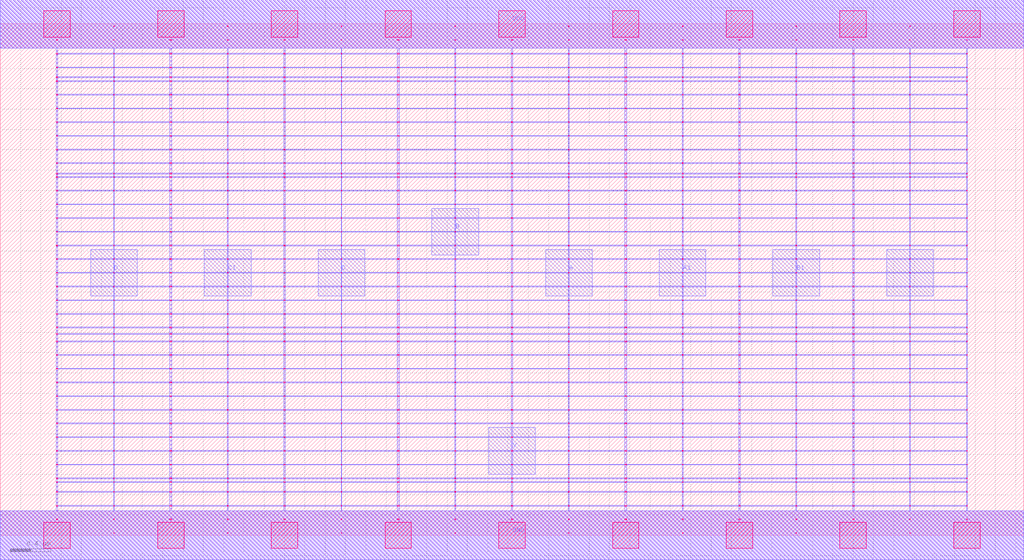
<source format=lef>
MACRO AAOAOI2221_DEBUG
 CLASS CORE ;
 FOREIGN AAOAOI2221_DEBUG 0 0 ;
 SIZE 10.08 BY 5.04 ;
 ORIGIN 0 0 ;
 SYMMETRY X Y R90 ;
 SITE unit ;
  PIN VDD
   DIRECTION INOUT ;
   USE SIGNAL ;
   SHAPE ABUTMENT ;
    PORT
     CLASS CORE ;
       LAYER met1 ;
        RECT 0.00000000 4.80000000 10.08000000 5.28000000 ;
       LAYER met2 ;
        RECT 0.00000000 4.80000000 10.08000000 5.28000000 ;
    END
  END VDD

  PIN GND
   DIRECTION INOUT ;
   USE SIGNAL ;
   SHAPE ABUTMENT ;
    PORT
     CLASS CORE ;
       LAYER met1 ;
        RECT 0.00000000 -0.24000000 10.08000000 0.24000000 ;
       LAYER met2 ;
        RECT 0.00000000 -0.24000000 10.08000000 0.24000000 ;
    END
  END GND

  PIN Y
   DIRECTION INOUT ;
   USE SIGNAL ;
   SHAPE ABUTMENT ;
    PORT
     CLASS CORE ;
       LAYER met2 ;
        RECT 4.81000000 0.60200000 5.27000000 1.06200000 ;
    END
  END Y

  PIN D
   DIRECTION INOUT ;
   USE SIGNAL ;
   SHAPE ABUTMENT ;
    PORT
     CLASS CORE ;
       LAYER met2 ;
        RECT 0.89000000 2.35700000 1.35000000 2.81700000 ;
    END
  END D

  PIN A
   DIRECTION INOUT ;
   USE SIGNAL ;
   SHAPE ABUTMENT ;
    PORT
     CLASS CORE ;
       LAYER met2 ;
        RECT 5.37000000 2.35700000 5.83000000 2.81700000 ;
    END
  END A

  PIN C
   DIRECTION INOUT ;
   USE SIGNAL ;
   SHAPE ABUTMENT ;
    PORT
     CLASS CORE ;
       LAYER met2 ;
        RECT 3.13000000 2.35700000 3.59000000 2.81700000 ;
    END
  END C

  PIN B1
   DIRECTION INOUT ;
   USE SIGNAL ;
   SHAPE ABUTMENT ;
    PORT
     CLASS CORE ;
       LAYER met2 ;
        RECT 7.61000000 2.35700000 8.07000000 2.81700000 ;
    END
  END B1

  PIN B
   DIRECTION INOUT ;
   USE SIGNAL ;
   SHAPE ABUTMENT ;
    PORT
     CLASS CORE ;
       LAYER met2 ;
        RECT 8.73000000 2.35700000 9.19000000 2.81700000 ;
       LAYER met2 ;
        RECT 4.25000000 2.76200000 4.71000000 3.22200000 ;
    END
  END B

  PIN C1
   DIRECTION INOUT ;
   USE SIGNAL ;
   SHAPE ABUTMENT ;
    PORT
     CLASS CORE ;
       LAYER met2 ;
        RECT 2.01000000 2.35700000 2.47000000 2.81700000 ;
    END
  END C1

  PIN A1
   DIRECTION INOUT ;
   USE SIGNAL ;
   SHAPE ABUTMENT ;
    PORT
     CLASS CORE ;
       LAYER met2 ;
        RECT 6.49000000 2.35700000 6.95000000 2.81700000 ;
    END
  END A1

 OBS
    LAYER polycont ;
     RECT 5.03100000 2.58300000 5.04900000 2.59100000 ;
     RECT 5.03100000 2.71800000 5.04900000 2.72600000 ;
     RECT 5.03100000 2.85300000 5.04900000 2.86100000 ;
     RECT 5.03100000 2.98800000 5.04900000 2.99600000 ;
     RECT 7.27100000 2.58300000 7.28900000 2.59100000 ;
     RECT 7.83600000 2.58300000 7.84400000 2.59100000 ;
     RECT 8.39600000 2.58300000 8.40900000 2.59100000 ;
     RECT 8.95600000 2.58300000 8.96400000 2.59100000 ;
     RECT 9.51600000 2.58300000 9.52400000 2.59100000 ;
     RECT 5.59600000 2.58300000 5.60400000 2.59100000 ;
     RECT 5.59600000 2.71800000 5.60400000 2.72600000 ;
     RECT 6.15100000 2.71800000 6.16900000 2.72600000 ;
     RECT 6.71600000 2.71800000 6.72400000 2.72600000 ;
     RECT 7.27100000 2.71800000 7.28900000 2.72600000 ;
     RECT 7.83600000 2.71800000 7.84400000 2.72600000 ;
     RECT 8.39600000 2.71800000 8.40900000 2.72600000 ;
     RECT 8.95600000 2.71800000 8.96400000 2.72600000 ;
     RECT 9.51600000 2.71800000 9.52400000 2.72600000 ;
     RECT 6.15100000 2.58300000 6.16900000 2.59100000 ;
     RECT 5.59600000 2.85300000 5.60400000 2.86100000 ;
     RECT 6.15100000 2.85300000 6.16900000 2.86100000 ;
     RECT 6.71600000 2.85300000 6.72400000 2.86100000 ;
     RECT 7.27100000 2.85300000 7.28900000 2.86100000 ;
     RECT 7.83600000 2.85300000 7.84400000 2.86100000 ;
     RECT 8.39600000 2.85300000 8.40900000 2.86100000 ;
     RECT 8.95600000 2.85300000 8.96400000 2.86100000 ;
     RECT 9.51600000 2.85300000 9.52400000 2.86100000 ;
     RECT 6.71600000 2.58300000 6.72400000 2.59100000 ;
     RECT 5.59600000 2.98800000 5.60400000 2.99600000 ;
     RECT 6.15100000 2.98800000 6.16900000 2.99600000 ;
     RECT 6.71600000 2.98800000 6.72400000 2.99600000 ;
     RECT 7.27100000 2.98800000 7.28900000 2.99600000 ;
     RECT 7.83600000 2.98800000 7.84400000 2.99600000 ;
     RECT 8.39600000 2.98800000 8.40900000 2.99600000 ;
     RECT 8.95600000 2.98800000 8.96400000 2.99600000 ;
     RECT 9.51600000 2.98800000 9.52400000 2.99600000 ;
     RECT 8.95600000 3.12300000 8.96400000 3.13100000 ;
     RECT 9.51600000 3.12300000 9.52400000 3.13100000 ;
     RECT 8.95600000 3.25800000 8.96400000 3.26600000 ;
     RECT 9.51600000 3.25800000 9.52400000 3.26600000 ;
     RECT 8.95600000 3.39300000 8.96400000 3.40100000 ;
     RECT 9.51600000 3.39300000 9.52400000 3.40100000 ;
     RECT 8.95600000 3.52800000 8.96400000 3.53600000 ;
     RECT 9.51600000 3.52800000 9.52400000 3.53600000 ;
     RECT 8.95600000 3.56100000 8.96400000 3.56900000 ;
     RECT 9.51600000 3.56100000 9.52400000 3.56900000 ;
     RECT 8.95600000 3.66300000 8.96400000 3.67100000 ;
     RECT 9.51600000 3.66300000 9.52400000 3.67100000 ;
     RECT 8.95600000 3.79800000 8.96400000 3.80600000 ;
     RECT 9.51600000 3.79800000 9.52400000 3.80600000 ;
     RECT 8.95600000 3.93300000 8.96400000 3.94100000 ;
     RECT 9.51600000 3.93300000 9.52400000 3.94100000 ;
     RECT 8.95600000 4.06800000 8.96400000 4.07600000 ;
     RECT 9.51600000 4.06800000 9.52400000 4.07600000 ;
     RECT 8.95600000 4.20300000 8.96400000 4.21100000 ;
     RECT 9.51600000 4.20300000 9.52400000 4.21100000 ;
     RECT 8.95600000 4.33800000 8.96400000 4.34600000 ;
     RECT 9.51600000 4.33800000 9.52400000 4.34600000 ;
     RECT 8.95600000 4.47300000 8.96400000 4.48100000 ;
     RECT 9.51600000 4.47300000 9.52400000 4.48100000 ;
     RECT 8.95600000 4.51100000 8.96400000 4.51900000 ;
     RECT 9.51600000 4.51100000 9.52400000 4.51900000 ;
     RECT 8.95600000 4.60800000 8.96400000 4.61600000 ;
     RECT 9.51600000 4.60800000 9.52400000 4.61600000 ;
     RECT 8.95600000 4.74300000 8.96400000 4.75100000 ;
     RECT 9.51600000 4.74300000 9.52400000 4.75100000 ;
     RECT 8.95600000 4.87800000 8.96400000 4.88600000 ;
     RECT 9.51600000 4.87800000 9.52400000 4.88600000 ;
     RECT 1.67100000 2.85300000 1.68900000 2.86100000 ;
     RECT 2.23600000 2.85300000 2.24400000 2.86100000 ;
     RECT 2.79100000 2.85300000 2.80900000 2.86100000 ;
     RECT 3.35600000 2.85300000 3.36400000 2.86100000 ;
     RECT 3.91100000 2.85300000 3.92900000 2.86100000 ;
     RECT 4.47600000 2.85300000 4.48400000 2.86100000 ;
     RECT 1.11600000 2.71800000 1.12400000 2.72600000 ;
     RECT 1.67100000 2.71800000 1.68900000 2.72600000 ;
     RECT 2.23600000 2.71800000 2.24400000 2.72600000 ;
     RECT 2.79100000 2.71800000 2.80900000 2.72600000 ;
     RECT 3.35600000 2.71800000 3.36400000 2.72600000 ;
     RECT 3.91100000 2.71800000 3.92900000 2.72600000 ;
     RECT 4.47600000 2.71800000 4.48400000 2.72600000 ;
     RECT 1.11600000 2.58300000 1.12400000 2.59100000 ;
     RECT 1.67100000 2.58300000 1.68900000 2.59100000 ;
     RECT 0.55100000 2.98800000 0.56400000 2.99600000 ;
     RECT 1.11600000 2.98800000 1.12400000 2.99600000 ;
     RECT 1.67100000 2.98800000 1.68900000 2.99600000 ;
     RECT 2.23600000 2.98800000 2.24400000 2.99600000 ;
     RECT 2.79100000 2.98800000 2.80900000 2.99600000 ;
     RECT 3.35600000 2.98800000 3.36400000 2.99600000 ;
     RECT 3.91100000 2.98800000 3.92900000 2.99600000 ;
     RECT 4.47600000 2.98800000 4.48400000 2.99600000 ;
     RECT 2.23600000 2.58300000 2.24400000 2.59100000 ;
     RECT 2.79100000 2.58300000 2.80900000 2.59100000 ;
     RECT 3.35600000 2.58300000 3.36400000 2.59100000 ;
     RECT 3.91100000 2.58300000 3.92900000 2.59100000 ;
     RECT 4.47600000 2.58300000 4.48400000 2.59100000 ;
     RECT 0.55100000 2.58300000 0.56400000 2.59100000 ;
     RECT 0.55100000 2.71800000 0.56400000 2.72600000 ;
     RECT 0.55100000 2.85300000 0.56400000 2.86100000 ;
     RECT 1.11600000 2.85300000 1.12400000 2.86100000 ;
     RECT 4.47600000 0.15300000 4.48400000 0.16100000 ;
     RECT 4.47600000 0.28800000 4.48400000 0.29600000 ;
     RECT 4.47600000 0.42300000 4.48400000 0.43100000 ;
     RECT 4.47600000 0.52100000 4.48400000 0.52900000 ;
     RECT 4.47600000 0.55800000 4.48400000 0.56600000 ;
     RECT 4.47600000 0.69300000 4.48400000 0.70100000 ;
     RECT 4.47600000 0.82800000 4.48400000 0.83600000 ;
     RECT 4.47600000 0.96300000 4.48400000 0.97100000 ;
     RECT 4.47600000 1.09800000 4.48400000 1.10600000 ;
     RECT 4.47600000 1.23300000 4.48400000 1.24100000 ;
     RECT 4.47600000 1.36800000 4.48400000 1.37600000 ;
     RECT 4.47600000 1.50300000 4.48400000 1.51100000 ;
     RECT 4.47600000 1.63800000 4.48400000 1.64600000 ;
     RECT 4.47600000 1.77300000 4.48400000 1.78100000 ;
     RECT 4.47600000 1.90800000 4.48400000 1.91600000 ;
     RECT 4.47600000 1.98100000 4.48400000 1.98900000 ;
     RECT 4.47600000 2.04300000 4.48400000 2.05100000 ;
     RECT 4.47600000 2.17800000 4.48400000 2.18600000 ;
     RECT 4.47600000 2.31300000 4.48400000 2.32100000 ;
     RECT 4.47600000 2.44800000 4.48400000 2.45600000 ;

    LAYER pdiffc ;
     RECT 0.55100000 3.39300000 0.55900000 3.40100000 ;
     RECT 8.40100000 3.39300000 8.40900000 3.40100000 ;
     RECT 0.55100000 3.52800000 0.55900000 3.53600000 ;
     RECT 8.40100000 3.52800000 8.40900000 3.53600000 ;
     RECT 0.55100000 3.56100000 0.55900000 3.56900000 ;
     RECT 8.40100000 3.56100000 8.40900000 3.56900000 ;
     RECT 0.55100000 3.66300000 0.55900000 3.67100000 ;
     RECT 8.40100000 3.66300000 8.40900000 3.67100000 ;
     RECT 0.55100000 3.79800000 0.55900000 3.80600000 ;
     RECT 8.40100000 3.79800000 8.40900000 3.80600000 ;
     RECT 0.55100000 3.93300000 0.55900000 3.94100000 ;
     RECT 8.40100000 3.93300000 8.40900000 3.94100000 ;
     RECT 0.55100000 4.06800000 0.55900000 4.07600000 ;
     RECT 8.40100000 4.06800000 8.40900000 4.07600000 ;
     RECT 0.55100000 4.20300000 0.55900000 4.21100000 ;
     RECT 8.40100000 4.20300000 8.40900000 4.21100000 ;
     RECT 0.55100000 4.33800000 0.55900000 4.34600000 ;
     RECT 8.40100000 4.33800000 8.40900000 4.34600000 ;
     RECT 0.55100000 4.47300000 0.55900000 4.48100000 ;
     RECT 8.40100000 4.47300000 8.40900000 4.48100000 ;
     RECT 0.55100000 4.51100000 0.55900000 4.51900000 ;
     RECT 8.40100000 4.51100000 8.40900000 4.51900000 ;
     RECT 0.55100000 4.60800000 0.55900000 4.61600000 ;
     RECT 8.40100000 4.60800000 8.40900000 4.61600000 ;

    LAYER ndiffc ;
     RECT 5.03100000 0.42300000 5.04900000 0.43100000 ;
     RECT 5.03100000 0.52100000 5.04900000 0.52900000 ;
     RECT 5.03100000 0.55800000 5.04900000 0.56600000 ;
     RECT 5.03100000 0.69300000 5.04900000 0.70100000 ;
     RECT 5.03100000 0.82800000 5.04900000 0.83600000 ;
     RECT 5.03100000 0.96300000 5.04900000 0.97100000 ;
     RECT 5.03100000 1.09800000 5.04900000 1.10600000 ;
     RECT 5.03100000 1.23300000 5.04900000 1.24100000 ;
     RECT 5.03100000 1.36800000 5.04900000 1.37600000 ;
     RECT 5.03100000 1.50300000 5.04900000 1.51100000 ;
     RECT 5.03100000 1.63800000 5.04900000 1.64600000 ;
     RECT 5.03100000 1.77300000 5.04900000 1.78100000 ;
     RECT 5.03100000 1.90800000 5.04900000 1.91600000 ;
     RECT 5.03100000 1.98100000 5.04900000 1.98900000 ;
     RECT 5.03100000 2.04300000 5.04900000 2.05100000 ;
     RECT 8.39600000 0.42300000 8.40900000 0.43100000 ;
     RECT 6.15100000 0.69300000 6.16900000 0.70100000 ;
     RECT 7.27100000 0.69300000 7.28900000 0.70100000 ;
     RECT 8.39600000 0.69300000 8.40900000 0.70100000 ;
     RECT 9.51600000 0.69300000 9.52400000 0.70100000 ;
     RECT 9.51600000 0.42300000 9.52400000 0.43100000 ;
     RECT 6.15100000 0.82800000 6.16900000 0.83600000 ;
     RECT 7.27100000 0.82800000 7.28900000 0.83600000 ;
     RECT 8.39600000 0.82800000 8.40900000 0.83600000 ;
     RECT 9.51600000 0.82800000 9.52400000 0.83600000 ;
     RECT 6.15100000 0.42300000 6.16900000 0.43100000 ;
     RECT 6.15100000 0.96300000 6.16900000 0.97100000 ;
     RECT 7.27100000 0.96300000 7.28900000 0.97100000 ;
     RECT 8.39600000 0.96300000 8.40900000 0.97100000 ;
     RECT 9.51600000 0.96300000 9.52400000 0.97100000 ;
     RECT 6.15100000 0.52100000 6.16900000 0.52900000 ;
     RECT 6.15100000 1.09800000 6.16900000 1.10600000 ;
     RECT 7.27100000 1.09800000 7.28900000 1.10600000 ;
     RECT 8.39600000 1.09800000 8.40900000 1.10600000 ;
     RECT 9.51600000 1.09800000 9.52400000 1.10600000 ;
     RECT 7.27100000 0.52100000 7.28900000 0.52900000 ;
     RECT 6.15100000 1.23300000 6.16900000 1.24100000 ;
     RECT 7.27100000 1.23300000 7.28900000 1.24100000 ;
     RECT 8.39600000 1.23300000 8.40900000 1.24100000 ;
     RECT 9.51600000 1.23300000 9.52400000 1.24100000 ;
     RECT 8.39600000 0.52100000 8.40900000 0.52900000 ;
     RECT 6.15100000 1.36800000 6.16900000 1.37600000 ;
     RECT 7.27100000 1.36800000 7.28900000 1.37600000 ;
     RECT 8.39600000 1.36800000 8.40900000 1.37600000 ;
     RECT 9.51600000 1.36800000 9.52400000 1.37600000 ;
     RECT 9.51600000 0.52100000 9.52400000 0.52900000 ;
     RECT 6.15100000 1.50300000 6.16900000 1.51100000 ;
     RECT 7.27100000 1.50300000 7.28900000 1.51100000 ;
     RECT 8.39600000 1.50300000 8.40900000 1.51100000 ;
     RECT 9.51600000 1.50300000 9.52400000 1.51100000 ;
     RECT 7.27100000 0.42300000 7.28900000 0.43100000 ;
     RECT 6.15100000 1.63800000 6.16900000 1.64600000 ;
     RECT 7.27100000 1.63800000 7.28900000 1.64600000 ;
     RECT 8.39600000 1.63800000 8.40900000 1.64600000 ;
     RECT 9.51600000 1.63800000 9.52400000 1.64600000 ;
     RECT 6.15100000 0.55800000 6.16900000 0.56600000 ;
     RECT 6.15100000 1.77300000 6.16900000 1.78100000 ;
     RECT 7.27100000 1.77300000 7.28900000 1.78100000 ;
     RECT 8.39600000 1.77300000 8.40900000 1.78100000 ;
     RECT 9.51600000 1.77300000 9.52400000 1.78100000 ;
     RECT 7.27100000 0.55800000 7.28900000 0.56600000 ;
     RECT 6.15100000 1.90800000 6.16900000 1.91600000 ;
     RECT 7.27100000 1.90800000 7.28900000 1.91600000 ;
     RECT 8.39600000 1.90800000 8.40900000 1.91600000 ;
     RECT 9.51600000 1.90800000 9.52400000 1.91600000 ;
     RECT 8.39600000 0.55800000 8.40900000 0.56600000 ;
     RECT 6.15100000 1.98100000 6.16900000 1.98900000 ;
     RECT 7.27100000 1.98100000 7.28900000 1.98900000 ;
     RECT 8.39600000 1.98100000 8.40900000 1.98900000 ;
     RECT 9.51600000 1.98100000 9.52400000 1.98900000 ;
     RECT 9.51600000 0.55800000 9.52400000 0.56600000 ;
     RECT 6.15100000 2.04300000 6.16900000 2.05100000 ;
     RECT 7.27100000 2.04300000 7.28900000 2.05100000 ;
     RECT 8.39600000 2.04300000 8.40900000 2.05100000 ;
     RECT 9.51600000 2.04300000 9.52400000 2.05100000 ;
     RECT 3.91100000 1.36800000 3.92900000 1.37600000 ;
     RECT 2.79100000 0.55800000 2.80900000 0.56600000 ;
     RECT 3.91100000 0.55800000 3.92900000 0.56600000 ;
     RECT 1.67100000 0.52100000 1.68900000 0.52900000 ;
     RECT 2.79100000 0.52100000 2.80900000 0.52900000 ;
     RECT 3.91100000 0.52100000 3.92900000 0.52900000 ;
     RECT 0.55100000 1.50300000 0.56400000 1.51100000 ;
     RECT 1.67100000 1.50300000 1.68900000 1.51100000 ;
     RECT 2.79100000 1.50300000 2.80900000 1.51100000 ;
     RECT 3.91100000 1.50300000 3.92900000 1.51100000 ;
     RECT 0.55100000 0.96300000 0.56400000 0.97100000 ;
     RECT 1.67100000 0.96300000 1.68900000 0.97100000 ;
     RECT 2.79100000 0.96300000 2.80900000 0.97100000 ;
     RECT 3.91100000 0.96300000 3.92900000 0.97100000 ;
     RECT 1.67100000 0.42300000 1.68900000 0.43100000 ;
     RECT 0.55100000 1.63800000 0.56400000 1.64600000 ;
     RECT 1.67100000 1.63800000 1.68900000 1.64600000 ;
     RECT 2.79100000 1.63800000 2.80900000 1.64600000 ;
     RECT 3.91100000 1.63800000 3.92900000 1.64600000 ;
     RECT 2.79100000 0.42300000 2.80900000 0.43100000 ;
     RECT 0.55100000 0.69300000 0.56400000 0.70100000 ;
     RECT 1.67100000 0.69300000 1.68900000 0.70100000 ;
     RECT 2.79100000 0.69300000 2.80900000 0.70100000 ;
     RECT 0.55100000 1.09800000 0.56400000 1.10600000 ;
     RECT 0.55100000 1.77300000 0.56400000 1.78100000 ;
     RECT 1.67100000 1.77300000 1.68900000 1.78100000 ;
     RECT 2.79100000 1.77300000 2.80900000 1.78100000 ;
     RECT 3.91100000 1.77300000 3.92900000 1.78100000 ;
     RECT 1.67100000 1.09800000 1.68900000 1.10600000 ;
     RECT 2.79100000 1.09800000 2.80900000 1.10600000 ;
     RECT 3.91100000 1.09800000 3.92900000 1.10600000 ;
     RECT 3.91100000 0.69300000 3.92900000 0.70100000 ;
     RECT 3.91100000 0.42300000 3.92900000 0.43100000 ;
     RECT 0.55100000 1.90800000 0.56400000 1.91600000 ;
     RECT 1.67100000 1.90800000 1.68900000 1.91600000 ;
     RECT 2.79100000 1.90800000 2.80900000 1.91600000 ;
     RECT 3.91100000 1.90800000 3.92900000 1.91600000 ;
     RECT 0.55100000 0.42300000 0.56400000 0.43100000 ;
     RECT 0.55100000 0.52100000 0.56400000 0.52900000 ;
     RECT 0.55100000 0.55800000 0.56400000 0.56600000 ;
     RECT 0.55100000 1.23300000 0.56400000 1.24100000 ;
     RECT 1.67100000 1.23300000 1.68900000 1.24100000 ;
     RECT 0.55100000 1.98100000 0.56400000 1.98900000 ;
     RECT 1.67100000 1.98100000 1.68900000 1.98900000 ;
     RECT 2.79100000 1.98100000 2.80900000 1.98900000 ;
     RECT 3.91100000 1.98100000 3.92900000 1.98900000 ;
     RECT 2.79100000 1.23300000 2.80900000 1.24100000 ;
     RECT 3.91100000 1.23300000 3.92900000 1.24100000 ;
     RECT 1.67100000 0.55800000 1.68900000 0.56600000 ;
     RECT 0.55100000 0.82800000 0.56400000 0.83600000 ;
     RECT 1.67100000 0.82800000 1.68900000 0.83600000 ;
     RECT 0.55100000 2.04300000 0.56400000 2.05100000 ;
     RECT 1.67100000 2.04300000 1.68900000 2.05100000 ;
     RECT 2.79100000 2.04300000 2.80900000 2.05100000 ;
     RECT 3.91100000 2.04300000 3.92900000 2.05100000 ;
     RECT 2.79100000 0.82800000 2.80900000 0.83600000 ;
     RECT 3.91100000 0.82800000 3.92900000 0.83600000 ;
     RECT 0.55100000 1.36800000 0.56400000 1.37600000 ;
     RECT 1.67100000 1.36800000 1.68900000 1.37600000 ;
     RECT 2.79100000 1.36800000 2.80900000 1.37600000 ;

    LAYER met1 ;
     RECT 0.00000000 -0.24000000 10.08000000 0.24000000 ;
     RECT 5.03100000 0.24000000 5.04900000 0.28800000 ;
     RECT 0.55100000 0.28800000 9.52400000 0.29600000 ;
     RECT 5.03100000 0.29600000 5.04900000 0.42300000 ;
     RECT 0.55100000 0.42300000 9.52400000 0.43100000 ;
     RECT 5.03100000 0.43100000 5.04900000 0.52100000 ;
     RECT 0.55100000 0.52100000 9.52400000 0.52900000 ;
     RECT 5.03100000 0.52900000 5.04900000 0.55800000 ;
     RECT 0.55100000 0.55800000 9.52400000 0.56600000 ;
     RECT 5.03100000 0.56600000 5.04900000 0.69300000 ;
     RECT 0.55100000 0.69300000 9.52400000 0.70100000 ;
     RECT 5.03100000 0.70100000 5.04900000 0.82800000 ;
     RECT 0.55100000 0.82800000 9.52400000 0.83600000 ;
     RECT 5.03100000 0.83600000 5.04900000 0.96300000 ;
     RECT 0.55100000 0.96300000 9.52400000 0.97100000 ;
     RECT 5.03100000 0.97100000 5.04900000 1.09800000 ;
     RECT 0.55100000 1.09800000 9.52400000 1.10600000 ;
     RECT 5.03100000 1.10600000 5.04900000 1.23300000 ;
     RECT 0.55100000 1.23300000 9.52400000 1.24100000 ;
     RECT 5.03100000 1.24100000 5.04900000 1.36800000 ;
     RECT 0.55100000 1.36800000 9.52400000 1.37600000 ;
     RECT 5.03100000 1.37600000 5.04900000 1.50300000 ;
     RECT 0.55100000 1.50300000 9.52400000 1.51100000 ;
     RECT 5.03100000 1.51100000 5.04900000 1.63800000 ;
     RECT 0.55100000 1.63800000 9.52400000 1.64600000 ;
     RECT 5.03100000 1.64600000 5.04900000 1.77300000 ;
     RECT 0.55100000 1.77300000 9.52400000 1.78100000 ;
     RECT 5.03100000 1.78100000 5.04900000 1.90800000 ;
     RECT 0.55100000 1.90800000 9.52400000 1.91600000 ;
     RECT 5.03100000 1.91600000 5.04900000 1.98100000 ;
     RECT 0.55100000 1.98100000 9.52400000 1.98900000 ;
     RECT 5.03100000 1.98900000 5.04900000 2.04300000 ;
     RECT 0.55100000 2.04300000 9.52400000 2.05100000 ;
     RECT 5.03100000 2.05100000 5.04900000 2.17800000 ;
     RECT 0.55100000 2.17800000 9.52400000 2.18600000 ;
     RECT 5.03100000 2.18600000 5.04900000 2.31300000 ;
     RECT 0.55100000 2.31300000 9.52400000 2.32100000 ;
     RECT 5.03100000 2.32100000 5.04900000 2.44800000 ;
     RECT 0.55100000 2.44800000 9.52400000 2.45600000 ;
     RECT 0.55100000 2.45600000 0.56400000 2.58300000 ;
     RECT 1.11600000 2.45600000 1.12400000 2.58300000 ;
     RECT 1.67100000 2.45600000 1.68900000 2.58300000 ;
     RECT 2.23600000 2.45600000 2.24400000 2.58300000 ;
     RECT 2.79100000 2.45600000 2.80900000 2.58300000 ;
     RECT 3.35600000 2.45600000 3.36400000 2.58300000 ;
     RECT 3.91100000 2.45600000 3.92900000 2.58300000 ;
     RECT 4.47600000 2.45600000 4.48400000 2.58300000 ;
     RECT 5.03100000 2.45600000 5.04900000 2.58300000 ;
     RECT 5.59600000 2.45600000 5.60400000 2.58300000 ;
     RECT 6.15100000 2.45600000 6.16900000 2.58300000 ;
     RECT 6.71600000 2.45600000 6.72400000 2.58300000 ;
     RECT 7.27100000 2.45600000 7.28900000 2.58300000 ;
     RECT 7.83600000 2.45600000 7.84400000 2.58300000 ;
     RECT 8.39600000 2.45600000 8.40900000 2.58300000 ;
     RECT 8.95600000 2.45600000 8.96400000 2.58300000 ;
     RECT 9.51600000 2.45600000 9.52400000 2.58300000 ;
     RECT 0.55100000 2.58300000 9.52400000 2.59100000 ;
     RECT 5.03100000 2.59100000 5.04900000 2.71800000 ;
     RECT 0.55100000 2.71800000 9.52400000 2.72600000 ;
     RECT 5.03100000 2.72600000 5.04900000 2.85300000 ;
     RECT 0.55100000 2.85300000 9.52400000 2.86100000 ;
     RECT 5.03100000 2.86100000 5.04900000 2.98800000 ;
     RECT 0.55100000 2.98800000 9.52400000 2.99600000 ;
     RECT 5.03100000 2.99600000 5.04900000 3.12300000 ;
     RECT 0.55100000 3.12300000 9.52400000 3.13100000 ;
     RECT 5.03100000 3.13100000 5.04900000 3.25800000 ;
     RECT 0.55100000 3.25800000 9.52400000 3.26600000 ;
     RECT 5.03100000 3.26600000 5.04900000 3.39300000 ;
     RECT 0.55100000 3.39300000 9.52400000 3.40100000 ;
     RECT 5.03100000 3.40100000 5.04900000 3.52800000 ;
     RECT 0.55100000 3.52800000 9.52400000 3.53600000 ;
     RECT 5.03100000 3.53600000 5.04900000 3.56100000 ;
     RECT 0.55100000 3.56100000 9.52400000 3.56900000 ;
     RECT 5.03100000 3.56900000 5.04900000 3.66300000 ;
     RECT 0.55100000 3.66300000 9.52400000 3.67100000 ;
     RECT 5.03100000 3.67100000 5.04900000 3.79800000 ;
     RECT 0.55100000 3.79800000 9.52400000 3.80600000 ;
     RECT 5.03100000 3.80600000 5.04900000 3.93300000 ;
     RECT 0.55100000 3.93300000 9.52400000 3.94100000 ;
     RECT 5.03100000 3.94100000 5.04900000 4.06800000 ;
     RECT 0.55100000 4.06800000 9.52400000 4.07600000 ;
     RECT 5.03100000 4.07600000 5.04900000 4.20300000 ;
     RECT 0.55100000 4.20300000 9.52400000 4.21100000 ;
     RECT 5.03100000 4.21100000 5.04900000 4.33800000 ;
     RECT 0.55100000 4.33800000 9.52400000 4.34600000 ;
     RECT 5.03100000 4.34600000 5.04900000 4.47300000 ;
     RECT 0.55100000 4.47300000 9.52400000 4.48100000 ;
     RECT 5.03100000 4.48100000 5.04900000 4.51100000 ;
     RECT 0.55100000 4.51100000 9.52400000 4.51900000 ;
     RECT 5.03100000 4.51900000 5.04900000 4.60800000 ;
     RECT 0.55100000 4.60800000 9.52400000 4.61600000 ;
     RECT 5.03100000 4.61600000 5.04900000 4.74300000 ;
     RECT 0.55100000 4.74300000 9.52400000 4.75100000 ;
     RECT 5.03100000 4.75100000 5.04900000 4.80000000 ;
     RECT 0.00000000 4.80000000 10.08000000 5.28000000 ;
     RECT 5.59600000 3.80600000 5.60400000 3.93300000 ;
     RECT 6.15100000 3.80600000 6.16900000 3.93300000 ;
     RECT 6.71600000 3.80600000 6.72400000 3.93300000 ;
     RECT 7.27100000 3.80600000 7.28900000 3.93300000 ;
     RECT 7.83600000 3.80600000 7.84400000 3.93300000 ;
     RECT 8.39600000 3.80600000 8.40900000 3.93300000 ;
     RECT 8.95600000 3.80600000 8.96400000 3.93300000 ;
     RECT 9.51600000 3.80600000 9.52400000 3.93300000 ;
     RECT 7.83600000 3.94100000 7.84400000 4.06800000 ;
     RECT 8.39600000 3.94100000 8.40900000 4.06800000 ;
     RECT 8.95600000 3.94100000 8.96400000 4.06800000 ;
     RECT 9.51600000 3.94100000 9.52400000 4.06800000 ;
     RECT 7.83600000 4.07600000 7.84400000 4.20300000 ;
     RECT 8.39600000 4.07600000 8.40900000 4.20300000 ;
     RECT 8.95600000 4.07600000 8.96400000 4.20300000 ;
     RECT 9.51600000 4.07600000 9.52400000 4.20300000 ;
     RECT 7.83600000 4.21100000 7.84400000 4.33800000 ;
     RECT 8.39600000 4.21100000 8.40900000 4.33800000 ;
     RECT 8.95600000 4.21100000 8.96400000 4.33800000 ;
     RECT 9.51600000 4.21100000 9.52400000 4.33800000 ;
     RECT 7.83600000 4.34600000 7.84400000 4.47300000 ;
     RECT 8.39600000 4.34600000 8.40900000 4.47300000 ;
     RECT 8.95600000 4.34600000 8.96400000 4.47300000 ;
     RECT 9.51600000 4.34600000 9.52400000 4.47300000 ;
     RECT 7.83600000 4.48100000 7.84400000 4.51100000 ;
     RECT 8.39600000 4.48100000 8.40900000 4.51100000 ;
     RECT 8.95600000 4.48100000 8.96400000 4.51100000 ;
     RECT 9.51600000 4.48100000 9.52400000 4.51100000 ;
     RECT 7.83600000 4.51900000 7.84400000 4.60800000 ;
     RECT 8.39600000 4.51900000 8.40900000 4.60800000 ;
     RECT 8.95600000 4.51900000 8.96400000 4.60800000 ;
     RECT 9.51600000 4.51900000 9.52400000 4.60800000 ;
     RECT 7.83600000 4.61600000 7.84400000 4.74300000 ;
     RECT 8.39600000 4.61600000 8.40900000 4.74300000 ;
     RECT 8.95600000 4.61600000 8.96400000 4.74300000 ;
     RECT 9.51600000 4.61600000 9.52400000 4.74300000 ;
     RECT 7.83600000 4.75100000 7.84400000 4.80000000 ;
     RECT 8.39600000 4.75100000 8.40900000 4.80000000 ;
     RECT 8.95600000 4.75100000 8.96400000 4.80000000 ;
     RECT 9.51600000 4.75100000 9.52400000 4.80000000 ;
     RECT 5.59600000 4.48100000 5.60400000 4.51100000 ;
     RECT 6.15100000 4.48100000 6.16900000 4.51100000 ;
     RECT 6.71600000 4.48100000 6.72400000 4.51100000 ;
     RECT 7.27100000 4.48100000 7.28900000 4.51100000 ;
     RECT 5.59600000 4.21100000 5.60400000 4.33800000 ;
     RECT 6.15100000 4.21100000 6.16900000 4.33800000 ;
     RECT 6.71600000 4.21100000 6.72400000 4.33800000 ;
     RECT 7.27100000 4.21100000 7.28900000 4.33800000 ;
     RECT 5.59600000 4.51900000 5.60400000 4.60800000 ;
     RECT 6.15100000 4.51900000 6.16900000 4.60800000 ;
     RECT 6.71600000 4.51900000 6.72400000 4.60800000 ;
     RECT 7.27100000 4.51900000 7.28900000 4.60800000 ;
     RECT 5.59600000 4.07600000 5.60400000 4.20300000 ;
     RECT 6.15100000 4.07600000 6.16900000 4.20300000 ;
     RECT 6.71600000 4.07600000 6.72400000 4.20300000 ;
     RECT 7.27100000 4.07600000 7.28900000 4.20300000 ;
     RECT 5.59600000 4.61600000 5.60400000 4.74300000 ;
     RECT 6.15100000 4.61600000 6.16900000 4.74300000 ;
     RECT 6.71600000 4.61600000 6.72400000 4.74300000 ;
     RECT 7.27100000 4.61600000 7.28900000 4.74300000 ;
     RECT 5.59600000 4.34600000 5.60400000 4.47300000 ;
     RECT 6.15100000 4.34600000 6.16900000 4.47300000 ;
     RECT 6.71600000 4.34600000 6.72400000 4.47300000 ;
     RECT 7.27100000 4.34600000 7.28900000 4.47300000 ;
     RECT 5.59600000 4.75100000 5.60400000 4.80000000 ;
     RECT 6.15100000 4.75100000 6.16900000 4.80000000 ;
     RECT 6.71600000 4.75100000 6.72400000 4.80000000 ;
     RECT 7.27100000 4.75100000 7.28900000 4.80000000 ;
     RECT 5.59600000 3.94100000 5.60400000 4.06800000 ;
     RECT 6.15100000 3.94100000 6.16900000 4.06800000 ;
     RECT 6.71600000 3.94100000 6.72400000 4.06800000 ;
     RECT 7.27100000 3.94100000 7.28900000 4.06800000 ;
     RECT 5.59600000 2.59100000 5.60400000 2.71800000 ;
     RECT 6.15100000 2.59100000 6.16900000 2.71800000 ;
     RECT 5.59600000 3.26600000 5.60400000 3.39300000 ;
     RECT 6.15100000 3.26600000 6.16900000 3.39300000 ;
     RECT 5.59600000 2.86100000 5.60400000 2.98800000 ;
     RECT 6.15100000 2.86100000 6.16900000 2.98800000 ;
     RECT 6.71600000 3.26600000 6.72400000 3.39300000 ;
     RECT 7.27100000 3.26600000 7.28900000 3.39300000 ;
     RECT 5.59600000 2.72600000 5.60400000 2.85300000 ;
     RECT 6.15100000 2.72600000 6.16900000 2.85300000 ;
     RECT 5.59600000 3.40100000 5.60400000 3.52800000 ;
     RECT 6.15100000 3.40100000 6.16900000 3.52800000 ;
     RECT 5.59600000 2.99600000 5.60400000 3.12300000 ;
     RECT 6.15100000 2.99600000 6.16900000 3.12300000 ;
     RECT 6.71600000 3.40100000 6.72400000 3.52800000 ;
     RECT 7.27100000 3.40100000 7.28900000 3.52800000 ;
     RECT 6.71600000 2.86100000 6.72400000 2.98800000 ;
     RECT 7.27100000 2.86100000 7.28900000 2.98800000 ;
     RECT 6.71600000 2.72600000 6.72400000 2.85300000 ;
     RECT 7.27100000 2.72600000 7.28900000 2.85300000 ;
     RECT 5.59600000 3.53600000 5.60400000 3.56100000 ;
     RECT 6.15100000 3.53600000 6.16900000 3.56100000 ;
     RECT 6.71600000 2.99600000 6.72400000 3.12300000 ;
     RECT 7.27100000 2.99600000 7.28900000 3.12300000 ;
     RECT 6.71600000 3.53600000 6.72400000 3.56100000 ;
     RECT 7.27100000 3.53600000 7.28900000 3.56100000 ;
     RECT 5.59600000 3.56900000 5.60400000 3.66300000 ;
     RECT 6.15100000 3.56900000 6.16900000 3.66300000 ;
     RECT 6.71600000 3.56900000 6.72400000 3.66300000 ;
     RECT 7.27100000 3.56900000 7.28900000 3.66300000 ;
     RECT 5.59600000 3.67100000 5.60400000 3.79800000 ;
     RECT 6.15100000 3.67100000 6.16900000 3.79800000 ;
     RECT 6.71600000 3.67100000 6.72400000 3.79800000 ;
     RECT 7.27100000 3.67100000 7.28900000 3.79800000 ;
     RECT 6.71600000 2.59100000 6.72400000 2.71800000 ;
     RECT 7.27100000 2.59100000 7.28900000 2.71800000 ;
     RECT 5.59600000 3.13100000 5.60400000 3.25800000 ;
     RECT 6.15100000 3.13100000 6.16900000 3.25800000 ;
     RECT 6.71600000 3.13100000 6.72400000 3.25800000 ;
     RECT 7.27100000 3.13100000 7.28900000 3.25800000 ;
     RECT 8.39600000 2.59100000 8.40900000 2.71800000 ;
     RECT 9.51600000 2.99600000 9.52400000 3.12300000 ;
     RECT 7.83600000 3.13100000 7.84400000 3.25800000 ;
     RECT 7.83600000 3.56900000 7.84400000 3.66300000 ;
     RECT 8.39600000 3.56900000 8.40900000 3.66300000 ;
     RECT 8.95600000 3.56900000 8.96400000 3.66300000 ;
     RECT 9.51600000 3.56900000 9.52400000 3.66300000 ;
     RECT 8.95600000 2.72600000 8.96400000 2.85300000 ;
     RECT 9.51600000 2.72600000 9.52400000 2.85300000 ;
     RECT 8.39600000 3.13100000 8.40900000 3.25800000 ;
     RECT 7.83600000 3.40100000 7.84400000 3.52800000 ;
     RECT 8.39600000 3.40100000 8.40900000 3.52800000 ;
     RECT 8.95600000 3.40100000 8.96400000 3.52800000 ;
     RECT 7.83600000 3.67100000 7.84400000 3.79800000 ;
     RECT 8.39600000 3.67100000 8.40900000 3.79800000 ;
     RECT 8.95600000 3.67100000 8.96400000 3.79800000 ;
     RECT 7.83600000 2.86100000 7.84400000 2.98800000 ;
     RECT 8.39600000 2.86100000 8.40900000 2.98800000 ;
     RECT 9.51600000 3.67100000 9.52400000 3.79800000 ;
     RECT 9.51600000 3.40100000 9.52400000 3.52800000 ;
     RECT 8.95600000 3.13100000 8.96400000 3.25800000 ;
     RECT 7.83600000 3.26600000 7.84400000 3.39300000 ;
     RECT 8.39600000 3.26600000 8.40900000 3.39300000 ;
     RECT 8.95600000 3.26600000 8.96400000 3.39300000 ;
     RECT 9.51600000 3.26600000 9.52400000 3.39300000 ;
     RECT 9.51600000 3.13100000 9.52400000 3.25800000 ;
     RECT 8.95600000 2.86100000 8.96400000 2.98800000 ;
     RECT 9.51600000 2.86100000 9.52400000 2.98800000 ;
     RECT 7.83600000 3.53600000 7.84400000 3.56100000 ;
     RECT 7.83600000 2.99600000 7.84400000 3.12300000 ;
     RECT 8.39600000 2.99600000 8.40900000 3.12300000 ;
     RECT 8.39600000 3.53600000 8.40900000 3.56100000 ;
     RECT 8.95600000 3.53600000 8.96400000 3.56100000 ;
     RECT 9.51600000 3.53600000 9.52400000 3.56100000 ;
     RECT 7.83600000 2.72600000 7.84400000 2.85300000 ;
     RECT 8.39600000 2.72600000 8.40900000 2.85300000 ;
     RECT 8.95600000 2.59100000 8.96400000 2.71800000 ;
     RECT 9.51600000 2.59100000 9.52400000 2.71800000 ;
     RECT 7.83600000 2.59100000 7.84400000 2.71800000 ;
     RECT 8.95600000 2.99600000 8.96400000 3.12300000 ;
     RECT 0.55100000 3.80600000 0.56400000 3.93300000 ;
     RECT 1.11600000 3.80600000 1.12400000 3.93300000 ;
     RECT 1.67100000 3.80600000 1.68900000 3.93300000 ;
     RECT 2.23600000 3.80600000 2.24400000 3.93300000 ;
     RECT 2.79100000 3.80600000 2.80900000 3.93300000 ;
     RECT 3.35600000 3.80600000 3.36400000 3.93300000 ;
     RECT 3.91100000 3.80600000 3.92900000 3.93300000 ;
     RECT 4.47600000 3.80600000 4.48400000 3.93300000 ;
     RECT 2.79100000 4.21100000 2.80900000 4.33800000 ;
     RECT 3.35600000 4.21100000 3.36400000 4.33800000 ;
     RECT 3.91100000 4.21100000 3.92900000 4.33800000 ;
     RECT 4.47600000 4.21100000 4.48400000 4.33800000 ;
     RECT 2.79100000 4.34600000 2.80900000 4.47300000 ;
     RECT 3.35600000 4.34600000 3.36400000 4.47300000 ;
     RECT 3.91100000 4.34600000 3.92900000 4.47300000 ;
     RECT 4.47600000 4.34600000 4.48400000 4.47300000 ;
     RECT 2.79100000 4.48100000 2.80900000 4.51100000 ;
     RECT 3.35600000 4.48100000 3.36400000 4.51100000 ;
     RECT 3.91100000 4.48100000 3.92900000 4.51100000 ;
     RECT 4.47600000 4.48100000 4.48400000 4.51100000 ;
     RECT 2.79100000 4.51900000 2.80900000 4.60800000 ;
     RECT 3.35600000 4.51900000 3.36400000 4.60800000 ;
     RECT 3.91100000 4.51900000 3.92900000 4.60800000 ;
     RECT 4.47600000 4.51900000 4.48400000 4.60800000 ;
     RECT 2.79100000 4.61600000 2.80900000 4.74300000 ;
     RECT 3.35600000 4.61600000 3.36400000 4.74300000 ;
     RECT 3.91100000 4.61600000 3.92900000 4.74300000 ;
     RECT 4.47600000 4.61600000 4.48400000 4.74300000 ;
     RECT 2.79100000 4.75100000 2.80900000 4.80000000 ;
     RECT 3.35600000 4.75100000 3.36400000 4.80000000 ;
     RECT 3.91100000 4.75100000 3.92900000 4.80000000 ;
     RECT 4.47600000 4.75100000 4.48400000 4.80000000 ;
     RECT 2.79100000 3.94100000 2.80900000 4.06800000 ;
     RECT 3.35600000 3.94100000 3.36400000 4.06800000 ;
     RECT 3.91100000 3.94100000 3.92900000 4.06800000 ;
     RECT 4.47600000 3.94100000 4.48400000 4.06800000 ;
     RECT 2.79100000 4.07600000 2.80900000 4.20300000 ;
     RECT 3.35600000 4.07600000 3.36400000 4.20300000 ;
     RECT 3.91100000 4.07600000 3.92900000 4.20300000 ;
     RECT 4.47600000 4.07600000 4.48400000 4.20300000 ;
     RECT 0.55100000 4.51900000 0.56400000 4.60800000 ;
     RECT 1.11600000 4.51900000 1.12400000 4.60800000 ;
     RECT 1.67100000 4.51900000 1.68900000 4.60800000 ;
     RECT 2.23600000 4.51900000 2.24400000 4.60800000 ;
     RECT 0.55100000 4.07600000 0.56400000 4.20300000 ;
     RECT 1.11600000 4.07600000 1.12400000 4.20300000 ;
     RECT 1.67100000 4.07600000 1.68900000 4.20300000 ;
     RECT 2.23600000 4.07600000 2.24400000 4.20300000 ;
     RECT 0.55100000 4.61600000 0.56400000 4.74300000 ;
     RECT 1.11600000 4.61600000 1.12400000 4.74300000 ;
     RECT 1.67100000 4.61600000 1.68900000 4.74300000 ;
     RECT 2.23600000 4.61600000 2.24400000 4.74300000 ;
     RECT 0.55100000 4.34600000 0.56400000 4.47300000 ;
     RECT 1.11600000 4.34600000 1.12400000 4.47300000 ;
     RECT 1.67100000 4.34600000 1.68900000 4.47300000 ;
     RECT 2.23600000 4.34600000 2.24400000 4.47300000 ;
     RECT 0.55100000 4.75100000 0.56400000 4.80000000 ;
     RECT 1.11600000 4.75100000 1.12400000 4.80000000 ;
     RECT 1.67100000 4.75100000 1.68900000 4.80000000 ;
     RECT 2.23600000 4.75100000 2.24400000 4.80000000 ;
     RECT 0.55100000 3.94100000 0.56400000 4.06800000 ;
     RECT 1.11600000 3.94100000 1.12400000 4.06800000 ;
     RECT 1.67100000 3.94100000 1.68900000 4.06800000 ;
     RECT 2.23600000 3.94100000 2.24400000 4.06800000 ;
     RECT 0.55100000 4.48100000 0.56400000 4.51100000 ;
     RECT 1.11600000 4.48100000 1.12400000 4.51100000 ;
     RECT 1.67100000 4.48100000 1.68900000 4.51100000 ;
     RECT 2.23600000 4.48100000 2.24400000 4.51100000 ;
     RECT 0.55100000 4.21100000 0.56400000 4.33800000 ;
     RECT 1.11600000 4.21100000 1.12400000 4.33800000 ;
     RECT 1.67100000 4.21100000 1.68900000 4.33800000 ;
     RECT 2.23600000 4.21100000 2.24400000 4.33800000 ;
     RECT 1.67100000 2.86100000 1.68900000 2.98800000 ;
     RECT 2.23600000 2.86100000 2.24400000 2.98800000 ;
     RECT 0.55100000 3.13100000 0.56400000 3.25800000 ;
     RECT 1.11600000 3.13100000 1.12400000 3.25800000 ;
     RECT 1.67100000 3.13100000 1.68900000 3.25800000 ;
     RECT 2.23600000 3.13100000 2.24400000 3.25800000 ;
     RECT 0.55100000 3.67100000 0.56400000 3.79800000 ;
     RECT 1.11600000 3.67100000 1.12400000 3.79800000 ;
     RECT 1.67100000 3.67100000 1.68900000 3.79800000 ;
     RECT 2.23600000 3.67100000 2.24400000 3.79800000 ;
     RECT 0.55100000 2.59100000 0.56400000 2.71800000 ;
     RECT 1.11600000 2.59100000 1.12400000 2.71800000 ;
     RECT 0.55100000 2.72600000 0.56400000 2.85300000 ;
     RECT 1.11600000 2.72600000 1.12400000 2.85300000 ;
     RECT 0.55100000 2.86100000 0.56400000 2.98800000 ;
     RECT 1.11600000 2.86100000 1.12400000 2.98800000 ;
     RECT 0.55100000 3.53600000 0.56400000 3.56100000 ;
     RECT 1.11600000 3.53600000 1.12400000 3.56100000 ;
     RECT 0.55100000 3.26600000 0.56400000 3.39300000 ;
     RECT 1.11600000 3.26600000 1.12400000 3.39300000 ;
     RECT 1.67100000 3.26600000 1.68900000 3.39300000 ;
     RECT 2.23600000 3.26600000 2.24400000 3.39300000 ;
     RECT 1.67100000 2.59100000 1.68900000 2.71800000 ;
     RECT 2.23600000 2.59100000 2.24400000 2.71800000 ;
     RECT 0.55100000 3.56900000 0.56400000 3.66300000 ;
     RECT 1.11600000 3.56900000 1.12400000 3.66300000 ;
     RECT 1.67100000 3.56900000 1.68900000 3.66300000 ;
     RECT 2.23600000 3.56900000 2.24400000 3.66300000 ;
     RECT 1.67100000 3.53600000 1.68900000 3.56100000 ;
     RECT 2.23600000 3.53600000 2.24400000 3.56100000 ;
     RECT 1.67100000 2.99600000 1.68900000 3.12300000 ;
     RECT 2.23600000 2.99600000 2.24400000 3.12300000 ;
     RECT 0.55100000 3.40100000 0.56400000 3.52800000 ;
     RECT 1.11600000 3.40100000 1.12400000 3.52800000 ;
     RECT 0.55100000 2.99600000 0.56400000 3.12300000 ;
     RECT 1.11600000 2.99600000 1.12400000 3.12300000 ;
     RECT 1.67100000 2.72600000 1.68900000 2.85300000 ;
     RECT 2.23600000 2.72600000 2.24400000 2.85300000 ;
     RECT 1.67100000 3.40100000 1.68900000 3.52800000 ;
     RECT 2.23600000 3.40100000 2.24400000 3.52800000 ;
     RECT 2.79100000 3.67100000 2.80900000 3.79800000 ;
     RECT 3.35600000 3.67100000 3.36400000 3.79800000 ;
     RECT 3.91100000 3.67100000 3.92900000 3.79800000 ;
     RECT 4.47600000 3.67100000 4.48400000 3.79800000 ;
     RECT 2.79100000 3.40100000 2.80900000 3.52800000 ;
     RECT 3.35600000 3.40100000 3.36400000 3.52800000 ;
     RECT 3.91100000 3.40100000 3.92900000 3.52800000 ;
     RECT 4.47600000 3.40100000 4.48400000 3.52800000 ;
     RECT 2.79100000 3.53600000 2.80900000 3.56100000 ;
     RECT 3.35600000 3.53600000 3.36400000 3.56100000 ;
     RECT 3.91100000 3.56900000 3.92900000 3.66300000 ;
     RECT 4.47600000 3.56900000 4.48400000 3.66300000 ;
     RECT 2.79100000 2.86100000 2.80900000 2.98800000 ;
     RECT 3.35600000 2.86100000 3.36400000 2.98800000 ;
     RECT 3.91100000 2.86100000 3.92900000 2.98800000 ;
     RECT 4.47600000 2.86100000 4.48400000 2.98800000 ;
     RECT 2.79100000 3.26600000 2.80900000 3.39300000 ;
     RECT 3.35600000 3.26600000 3.36400000 3.39300000 ;
     RECT 3.91100000 3.26600000 3.92900000 3.39300000 ;
     RECT 4.47600000 3.26600000 4.48400000 3.39300000 ;
     RECT 3.91100000 3.53600000 3.92900000 3.56100000 ;
     RECT 4.47600000 3.53600000 4.48400000 3.56100000 ;
     RECT 2.79100000 2.72600000 2.80900000 2.85300000 ;
     RECT 3.35600000 2.72600000 3.36400000 2.85300000 ;
     RECT 2.79100000 3.13100000 2.80900000 3.25800000 ;
     RECT 3.35600000 3.13100000 3.36400000 3.25800000 ;
     RECT 3.91100000 3.13100000 3.92900000 3.25800000 ;
     RECT 4.47600000 3.13100000 4.48400000 3.25800000 ;
     RECT 3.91100000 2.99600000 3.92900000 3.12300000 ;
     RECT 4.47600000 2.99600000 4.48400000 3.12300000 ;
     RECT 3.91100000 2.59100000 3.92900000 2.71800000 ;
     RECT 4.47600000 2.59100000 4.48400000 2.71800000 ;
     RECT 3.91100000 2.72600000 3.92900000 2.85300000 ;
     RECT 4.47600000 2.72600000 4.48400000 2.85300000 ;
     RECT 2.79100000 3.56900000 2.80900000 3.66300000 ;
     RECT 3.35600000 3.56900000 3.36400000 3.66300000 ;
     RECT 2.79100000 2.99600000 2.80900000 3.12300000 ;
     RECT 3.35600000 2.99600000 3.36400000 3.12300000 ;
     RECT 2.79100000 2.59100000 2.80900000 2.71800000 ;
     RECT 3.35600000 2.59100000 3.36400000 2.71800000 ;
     RECT 0.55100000 1.10600000 0.56400000 1.23300000 ;
     RECT 1.11600000 1.10600000 1.12400000 1.23300000 ;
     RECT 1.67100000 1.10600000 1.68900000 1.23300000 ;
     RECT 2.23600000 1.10600000 2.24400000 1.23300000 ;
     RECT 2.79100000 1.10600000 2.80900000 1.23300000 ;
     RECT 3.35600000 1.10600000 3.36400000 1.23300000 ;
     RECT 3.91100000 1.10600000 3.92900000 1.23300000 ;
     RECT 4.47600000 1.10600000 4.48400000 1.23300000 ;
     RECT 2.79100000 1.51100000 2.80900000 1.63800000 ;
     RECT 3.35600000 1.51100000 3.36400000 1.63800000 ;
     RECT 3.91100000 1.51100000 3.92900000 1.63800000 ;
     RECT 4.47600000 1.51100000 4.48400000 1.63800000 ;
     RECT 2.79100000 1.64600000 2.80900000 1.77300000 ;
     RECT 3.35600000 1.64600000 3.36400000 1.77300000 ;
     RECT 3.91100000 1.64600000 3.92900000 1.77300000 ;
     RECT 4.47600000 1.64600000 4.48400000 1.77300000 ;
     RECT 2.79100000 1.78100000 2.80900000 1.90800000 ;
     RECT 3.35600000 1.78100000 3.36400000 1.90800000 ;
     RECT 3.91100000 1.78100000 3.92900000 1.90800000 ;
     RECT 4.47600000 1.78100000 4.48400000 1.90800000 ;
     RECT 2.79100000 1.91600000 2.80900000 1.98100000 ;
     RECT 3.35600000 1.91600000 3.36400000 1.98100000 ;
     RECT 3.91100000 1.91600000 3.92900000 1.98100000 ;
     RECT 4.47600000 1.91600000 4.48400000 1.98100000 ;
     RECT 2.79100000 1.98900000 2.80900000 2.04300000 ;
     RECT 3.35600000 1.98900000 3.36400000 2.04300000 ;
     RECT 3.91100000 1.98900000 3.92900000 2.04300000 ;
     RECT 4.47600000 1.98900000 4.48400000 2.04300000 ;
     RECT 2.79100000 2.05100000 2.80900000 2.17800000 ;
     RECT 3.35600000 2.05100000 3.36400000 2.17800000 ;
     RECT 3.91100000 2.05100000 3.92900000 2.17800000 ;
     RECT 4.47600000 2.05100000 4.48400000 2.17800000 ;
     RECT 2.79100000 2.18600000 2.80900000 2.31300000 ;
     RECT 3.35600000 2.18600000 3.36400000 2.31300000 ;
     RECT 3.91100000 2.18600000 3.92900000 2.31300000 ;
     RECT 4.47600000 2.18600000 4.48400000 2.31300000 ;
     RECT 2.79100000 2.32100000 2.80900000 2.44800000 ;
     RECT 3.35600000 2.32100000 3.36400000 2.44800000 ;
     RECT 3.91100000 2.32100000 3.92900000 2.44800000 ;
     RECT 4.47600000 2.32100000 4.48400000 2.44800000 ;
     RECT 2.79100000 1.24100000 2.80900000 1.36800000 ;
     RECT 3.35600000 1.24100000 3.36400000 1.36800000 ;
     RECT 3.91100000 1.24100000 3.92900000 1.36800000 ;
     RECT 4.47600000 1.24100000 4.48400000 1.36800000 ;
     RECT 2.79100000 1.37600000 2.80900000 1.50300000 ;
     RECT 3.35600000 1.37600000 3.36400000 1.50300000 ;
     RECT 3.91100000 1.37600000 3.92900000 1.50300000 ;
     RECT 4.47600000 1.37600000 4.48400000 1.50300000 ;
     RECT 0.55100000 1.51100000 0.56400000 1.63800000 ;
     RECT 1.11600000 1.51100000 1.12400000 1.63800000 ;
     RECT 1.67100000 1.51100000 1.68900000 1.63800000 ;
     RECT 2.23600000 1.51100000 2.24400000 1.63800000 ;
     RECT 0.55100000 2.05100000 0.56400000 2.17800000 ;
     RECT 1.11600000 2.05100000 1.12400000 2.17800000 ;
     RECT 1.67100000 2.05100000 1.68900000 2.17800000 ;
     RECT 2.23600000 2.05100000 2.24400000 2.17800000 ;
     RECT 0.55100000 1.78100000 0.56400000 1.90800000 ;
     RECT 1.11600000 1.78100000 1.12400000 1.90800000 ;
     RECT 1.67100000 1.78100000 1.68900000 1.90800000 ;
     RECT 2.23600000 1.78100000 2.24400000 1.90800000 ;
     RECT 0.55100000 2.18600000 0.56400000 2.31300000 ;
     RECT 1.11600000 2.18600000 1.12400000 2.31300000 ;
     RECT 1.67100000 2.18600000 1.68900000 2.31300000 ;
     RECT 2.23600000 2.18600000 2.24400000 2.31300000 ;
     RECT 0.55100000 1.37600000 0.56400000 1.50300000 ;
     RECT 1.11600000 1.37600000 1.12400000 1.50300000 ;
     RECT 1.67100000 1.37600000 1.68900000 1.50300000 ;
     RECT 2.23600000 1.37600000 2.24400000 1.50300000 ;
     RECT 0.55100000 2.32100000 0.56400000 2.44800000 ;
     RECT 1.11600000 2.32100000 1.12400000 2.44800000 ;
     RECT 1.67100000 2.32100000 1.68900000 2.44800000 ;
     RECT 2.23600000 2.32100000 2.24400000 2.44800000 ;
     RECT 0.55100000 1.91600000 0.56400000 1.98100000 ;
     RECT 1.11600000 1.91600000 1.12400000 1.98100000 ;
     RECT 1.67100000 1.91600000 1.68900000 1.98100000 ;
     RECT 2.23600000 1.91600000 2.24400000 1.98100000 ;
     RECT 0.55100000 1.64600000 0.56400000 1.77300000 ;
     RECT 1.11600000 1.64600000 1.12400000 1.77300000 ;
     RECT 1.67100000 1.64600000 1.68900000 1.77300000 ;
     RECT 2.23600000 1.64600000 2.24400000 1.77300000 ;
     RECT 0.55100000 1.98900000 0.56400000 2.04300000 ;
     RECT 1.11600000 1.98900000 1.12400000 2.04300000 ;
     RECT 1.67100000 1.98900000 1.68900000 2.04300000 ;
     RECT 2.23600000 1.98900000 2.24400000 2.04300000 ;
     RECT 0.55100000 1.24100000 0.56400000 1.36800000 ;
     RECT 1.11600000 1.24100000 1.12400000 1.36800000 ;
     RECT 1.67100000 1.24100000 1.68900000 1.36800000 ;
     RECT 2.23600000 1.24100000 2.24400000 1.36800000 ;
     RECT 1.67100000 0.56600000 1.68900000 0.69300000 ;
     RECT 2.23600000 0.56600000 2.24400000 0.69300000 ;
     RECT 0.55100000 0.24000000 0.56400000 0.28800000 ;
     RECT 1.11600000 0.24000000 1.12400000 0.28800000 ;
     RECT 0.55100000 0.70100000 0.56400000 0.82800000 ;
     RECT 1.11600000 0.70100000 1.12400000 0.82800000 ;
     RECT 1.67100000 0.70100000 1.68900000 0.82800000 ;
     RECT 2.23600000 0.70100000 2.24400000 0.82800000 ;
     RECT 0.55100000 0.29600000 0.56400000 0.42300000 ;
     RECT 1.11600000 0.29600000 1.12400000 0.42300000 ;
     RECT 0.55100000 0.83600000 0.56400000 0.96300000 ;
     RECT 1.11600000 0.83600000 1.12400000 0.96300000 ;
     RECT 1.67100000 0.83600000 1.68900000 0.96300000 ;
     RECT 2.23600000 0.83600000 2.24400000 0.96300000 ;
     RECT 1.67100000 0.29600000 1.68900000 0.42300000 ;
     RECT 2.23600000 0.29600000 2.24400000 0.42300000 ;
     RECT 0.55100000 0.97100000 0.56400000 1.09800000 ;
     RECT 1.11600000 0.97100000 1.12400000 1.09800000 ;
     RECT 1.67100000 0.97100000 1.68900000 1.09800000 ;
     RECT 2.23600000 0.97100000 2.24400000 1.09800000 ;
     RECT 0.55100000 0.52900000 0.56400000 0.55800000 ;
     RECT 1.11600000 0.52900000 1.12400000 0.55800000 ;
     RECT 1.67100000 0.52900000 1.68900000 0.55800000 ;
     RECT 2.23600000 0.52900000 2.24400000 0.55800000 ;
     RECT 0.55100000 0.43100000 0.56400000 0.52100000 ;
     RECT 1.11600000 0.43100000 1.12400000 0.52100000 ;
     RECT 1.67100000 0.43100000 1.68900000 0.52100000 ;
     RECT 2.23600000 0.43100000 2.24400000 0.52100000 ;
     RECT 1.67100000 0.24000000 1.68900000 0.28800000 ;
     RECT 2.23600000 0.24000000 2.24400000 0.28800000 ;
     RECT 0.55100000 0.56600000 0.56400000 0.69300000 ;
     RECT 1.11600000 0.56600000 1.12400000 0.69300000 ;
     RECT 2.79100000 0.43100000 2.80900000 0.52100000 ;
     RECT 3.35600000 0.43100000 3.36400000 0.52100000 ;
     RECT 2.79100000 0.83600000 2.80900000 0.96300000 ;
     RECT 3.35600000 0.83600000 3.36400000 0.96300000 ;
     RECT 3.91100000 0.83600000 3.92900000 0.96300000 ;
     RECT 4.47600000 0.83600000 4.48400000 0.96300000 ;
     RECT 2.79100000 0.56600000 2.80900000 0.69300000 ;
     RECT 3.35600000 0.56600000 3.36400000 0.69300000 ;
     RECT 3.91100000 0.56600000 3.92900000 0.69300000 ;
     RECT 4.47600000 0.56600000 4.48400000 0.69300000 ;
     RECT 3.91100000 0.43100000 3.92900000 0.52100000 ;
     RECT 4.47600000 0.43100000 4.48400000 0.52100000 ;
     RECT 2.79100000 0.97100000 2.80900000 1.09800000 ;
     RECT 3.35600000 0.97100000 3.36400000 1.09800000 ;
     RECT 3.91100000 0.97100000 3.92900000 1.09800000 ;
     RECT 4.47600000 0.97100000 4.48400000 1.09800000 ;
     RECT 2.79100000 0.29600000 2.80900000 0.42300000 ;
     RECT 3.35600000 0.29600000 3.36400000 0.42300000 ;
     RECT 2.79100000 0.52900000 2.80900000 0.55800000 ;
     RECT 3.35600000 0.52900000 3.36400000 0.55800000 ;
     RECT 3.91100000 0.52900000 3.92900000 0.55800000 ;
     RECT 4.47600000 0.52900000 4.48400000 0.55800000 ;
     RECT 2.79100000 0.70100000 2.80900000 0.82800000 ;
     RECT 3.35600000 0.70100000 3.36400000 0.82800000 ;
     RECT 3.91100000 0.70100000 3.92900000 0.82800000 ;
     RECT 4.47600000 0.70100000 4.48400000 0.82800000 ;
     RECT 3.91100000 0.29600000 3.92900000 0.42300000 ;
     RECT 4.47600000 0.29600000 4.48400000 0.42300000 ;
     RECT 3.91100000 0.24000000 3.92900000 0.28800000 ;
     RECT 4.47600000 0.24000000 4.48400000 0.28800000 ;
     RECT 2.79100000 0.24000000 2.80900000 0.28800000 ;
     RECT 3.35600000 0.24000000 3.36400000 0.28800000 ;
     RECT 5.59600000 1.10600000 5.60400000 1.23300000 ;
     RECT 6.15100000 1.10600000 6.16900000 1.23300000 ;
     RECT 6.71600000 1.10600000 6.72400000 1.23300000 ;
     RECT 7.27100000 1.10600000 7.28900000 1.23300000 ;
     RECT 7.83600000 1.10600000 7.84400000 1.23300000 ;
     RECT 8.39600000 1.10600000 8.40900000 1.23300000 ;
     RECT 8.95600000 1.10600000 8.96400000 1.23300000 ;
     RECT 9.51600000 1.10600000 9.52400000 1.23300000 ;
     RECT 7.83600000 1.78100000 7.84400000 1.90800000 ;
     RECT 8.39600000 1.78100000 8.40900000 1.90800000 ;
     RECT 8.95600000 1.78100000 8.96400000 1.90800000 ;
     RECT 9.51600000 1.78100000 9.52400000 1.90800000 ;
     RECT 7.83600000 1.91600000 7.84400000 1.98100000 ;
     RECT 8.39600000 1.91600000 8.40900000 1.98100000 ;
     RECT 7.83600000 1.98900000 7.84400000 2.04300000 ;
     RECT 8.39600000 1.98900000 8.40900000 2.04300000 ;
     RECT 8.95600000 1.98900000 8.96400000 2.04300000 ;
     RECT 9.51600000 1.98900000 9.52400000 2.04300000 ;
     RECT 8.95600000 1.91600000 8.96400000 1.98100000 ;
     RECT 9.51600000 1.91600000 9.52400000 1.98100000 ;
     RECT 7.83600000 2.05100000 7.84400000 2.17800000 ;
     RECT 8.39600000 2.05100000 8.40900000 2.17800000 ;
     RECT 8.95600000 2.05100000 8.96400000 2.17800000 ;
     RECT 9.51600000 2.05100000 9.52400000 2.17800000 ;
     RECT 7.83600000 1.24100000 7.84400000 1.36800000 ;
     RECT 8.39600000 1.24100000 8.40900000 1.36800000 ;
     RECT 8.95600000 1.24100000 8.96400000 1.36800000 ;
     RECT 9.51600000 1.24100000 9.52400000 1.36800000 ;
     RECT 7.83600000 2.18600000 7.84400000 2.31300000 ;
     RECT 8.39600000 2.18600000 8.40900000 2.31300000 ;
     RECT 8.95600000 2.18600000 8.96400000 2.31300000 ;
     RECT 9.51600000 2.18600000 9.52400000 2.31300000 ;
     RECT 7.83600000 2.32100000 7.84400000 2.44800000 ;
     RECT 8.39600000 2.32100000 8.40900000 2.44800000 ;
     RECT 8.95600000 2.32100000 8.96400000 2.44800000 ;
     RECT 9.51600000 2.32100000 9.52400000 2.44800000 ;
     RECT 7.83600000 1.37600000 7.84400000 1.50300000 ;
     RECT 8.39600000 1.37600000 8.40900000 1.50300000 ;
     RECT 8.95600000 1.37600000 8.96400000 1.50300000 ;
     RECT 9.51600000 1.37600000 9.52400000 1.50300000 ;
     RECT 7.83600000 1.51100000 7.84400000 1.63800000 ;
     RECT 8.39600000 1.51100000 8.40900000 1.63800000 ;
     RECT 8.95600000 1.51100000 8.96400000 1.63800000 ;
     RECT 9.51600000 1.51100000 9.52400000 1.63800000 ;
     RECT 7.83600000 1.64600000 7.84400000 1.77300000 ;
     RECT 8.39600000 1.64600000 8.40900000 1.77300000 ;
     RECT 8.95600000 1.64600000 8.96400000 1.77300000 ;
     RECT 9.51600000 1.64600000 9.52400000 1.77300000 ;
     RECT 7.27100000 2.18600000 7.28900000 2.31300000 ;
     RECT 5.59600000 1.98900000 5.60400000 2.04300000 ;
     RECT 5.59600000 2.05100000 5.60400000 2.17800000 ;
     RECT 6.15100000 2.05100000 6.16900000 2.17800000 ;
     RECT 6.71600000 2.05100000 6.72400000 2.17800000 ;
     RECT 5.59600000 2.32100000 5.60400000 2.44800000 ;
     RECT 6.15100000 2.32100000 6.16900000 2.44800000 ;
     RECT 6.71600000 2.32100000 6.72400000 2.44800000 ;
     RECT 7.27100000 2.32100000 7.28900000 2.44800000 ;
     RECT 7.27100000 2.05100000 7.28900000 2.17800000 ;
     RECT 6.15100000 1.98900000 6.16900000 2.04300000 ;
     RECT 6.71600000 1.98900000 6.72400000 2.04300000 ;
     RECT 7.27100000 1.98900000 7.28900000 2.04300000 ;
     RECT 5.59600000 1.37600000 5.60400000 1.50300000 ;
     RECT 6.15100000 1.37600000 6.16900000 1.50300000 ;
     RECT 6.71600000 1.37600000 6.72400000 1.50300000 ;
     RECT 7.27100000 1.37600000 7.28900000 1.50300000 ;
     RECT 7.27100000 1.78100000 7.28900000 1.90800000 ;
     RECT 5.59600000 1.24100000 5.60400000 1.36800000 ;
     RECT 6.15100000 1.24100000 6.16900000 1.36800000 ;
     RECT 6.71600000 1.24100000 6.72400000 1.36800000 ;
     RECT 5.59600000 1.51100000 5.60400000 1.63800000 ;
     RECT 6.15100000 1.51100000 6.16900000 1.63800000 ;
     RECT 6.71600000 1.51100000 6.72400000 1.63800000 ;
     RECT 7.27100000 1.51100000 7.28900000 1.63800000 ;
     RECT 7.27100000 1.24100000 7.28900000 1.36800000 ;
     RECT 5.59600000 1.91600000 5.60400000 1.98100000 ;
     RECT 6.15100000 1.91600000 6.16900000 1.98100000 ;
     RECT 6.71600000 1.91600000 6.72400000 1.98100000 ;
     RECT 5.59600000 1.64600000 5.60400000 1.77300000 ;
     RECT 6.15100000 1.64600000 6.16900000 1.77300000 ;
     RECT 6.71600000 1.64600000 6.72400000 1.77300000 ;
     RECT 7.27100000 1.64600000 7.28900000 1.77300000 ;
     RECT 7.27100000 1.91600000 7.28900000 1.98100000 ;
     RECT 5.59600000 2.18600000 5.60400000 2.31300000 ;
     RECT 6.15100000 2.18600000 6.16900000 2.31300000 ;
     RECT 6.71600000 2.18600000 6.72400000 2.31300000 ;
     RECT 5.59600000 1.78100000 5.60400000 1.90800000 ;
     RECT 6.15100000 1.78100000 6.16900000 1.90800000 ;
     RECT 6.71600000 1.78100000 6.72400000 1.90800000 ;
     RECT 6.15100000 0.83600000 6.16900000 0.96300000 ;
     RECT 5.59600000 0.56600000 5.60400000 0.69300000 ;
     RECT 6.15100000 0.56600000 6.16900000 0.69300000 ;
     RECT 6.71600000 0.56600000 6.72400000 0.69300000 ;
     RECT 7.27100000 0.56600000 7.28900000 0.69300000 ;
     RECT 6.71600000 0.29600000 6.72400000 0.42300000 ;
     RECT 7.27100000 0.29600000 7.28900000 0.42300000 ;
     RECT 5.59600000 0.70100000 5.60400000 0.82800000 ;
     RECT 6.15100000 0.70100000 6.16900000 0.82800000 ;
     RECT 6.71600000 0.83600000 6.72400000 0.96300000 ;
     RECT 7.27100000 0.83600000 7.28900000 0.96300000 ;
     RECT 6.71600000 0.70100000 6.72400000 0.82800000 ;
     RECT 7.27100000 0.70100000 7.28900000 0.82800000 ;
     RECT 6.71600000 0.24000000 6.72400000 0.28800000 ;
     RECT 7.27100000 0.24000000 7.28900000 0.28800000 ;
     RECT 6.71600000 0.43100000 6.72400000 0.52100000 ;
     RECT 7.27100000 0.43100000 7.28900000 0.52100000 ;
     RECT 5.59600000 0.52900000 5.60400000 0.55800000 ;
     RECT 6.15100000 0.52900000 6.16900000 0.55800000 ;
     RECT 5.59600000 0.24000000 5.60400000 0.28800000 ;
     RECT 6.15100000 0.24000000 6.16900000 0.28800000 ;
     RECT 5.59600000 0.29600000 5.60400000 0.42300000 ;
     RECT 6.15100000 0.29600000 6.16900000 0.42300000 ;
     RECT 5.59600000 0.43100000 5.60400000 0.52100000 ;
     RECT 6.15100000 0.43100000 6.16900000 0.52100000 ;
     RECT 5.59600000 0.97100000 5.60400000 1.09800000 ;
     RECT 6.15100000 0.97100000 6.16900000 1.09800000 ;
     RECT 6.71600000 0.97100000 6.72400000 1.09800000 ;
     RECT 7.27100000 0.97100000 7.28900000 1.09800000 ;
     RECT 6.71600000 0.52900000 6.72400000 0.55800000 ;
     RECT 7.27100000 0.52900000 7.28900000 0.55800000 ;
     RECT 5.59600000 0.83600000 5.60400000 0.96300000 ;
     RECT 9.51600000 0.29600000 9.52400000 0.42300000 ;
     RECT 8.95600000 0.43100000 8.96400000 0.52100000 ;
     RECT 9.51600000 0.43100000 9.52400000 0.52100000 ;
     RECT 7.83600000 0.83600000 7.84400000 0.96300000 ;
     RECT 8.39600000 0.83600000 8.40900000 0.96300000 ;
     RECT 8.95600000 0.83600000 8.96400000 0.96300000 ;
     RECT 9.51600000 0.83600000 9.52400000 0.96300000 ;
     RECT 8.95600000 0.52900000 8.96400000 0.55800000 ;
     RECT 9.51600000 0.52900000 9.52400000 0.55800000 ;
     RECT 8.95600000 0.24000000 8.96400000 0.28800000 ;
     RECT 9.51600000 0.24000000 9.52400000 0.28800000 ;
     RECT 8.95600000 0.97100000 8.96400000 1.09800000 ;
     RECT 9.51600000 0.97100000 9.52400000 1.09800000 ;
     RECT 7.83600000 0.70100000 7.84400000 0.82800000 ;
     RECT 8.39600000 0.70100000 8.40900000 0.82800000 ;
     RECT 7.83600000 0.24000000 7.84400000 0.28800000 ;
     RECT 8.39600000 0.24000000 8.40900000 0.28800000 ;
     RECT 8.95600000 0.70100000 8.96400000 0.82800000 ;
     RECT 9.51600000 0.70100000 9.52400000 0.82800000 ;
     RECT 7.83600000 0.29600000 7.84400000 0.42300000 ;
     RECT 8.39600000 0.29600000 8.40900000 0.42300000 ;
     RECT 7.83600000 0.52900000 7.84400000 0.55800000 ;
     RECT 8.39600000 0.52900000 8.40900000 0.55800000 ;
     RECT 7.83600000 0.97100000 7.84400000 1.09800000 ;
     RECT 8.39600000 0.97100000 8.40900000 1.09800000 ;
     RECT 7.83600000 0.56600000 7.84400000 0.69300000 ;
     RECT 8.39600000 0.56600000 8.40900000 0.69300000 ;
     RECT 8.95600000 0.56600000 8.96400000 0.69300000 ;
     RECT 9.51600000 0.56600000 9.52400000 0.69300000 ;
     RECT 7.83600000 0.43100000 7.84400000 0.52100000 ;
     RECT 8.39600000 0.43100000 8.40900000 0.52100000 ;
     RECT 8.95600000 0.29600000 8.96400000 0.42300000 ;

    LAYER via1 ;
     RECT 4.91000000 -0.13000000 5.17000000 0.13000000 ;
     RECT 5.03100000 0.15300000 5.04900000 0.16100000 ;
     RECT 5.03100000 0.28800000 5.04900000 0.29600000 ;
     RECT 5.03100000 0.42300000 5.04900000 0.43100000 ;
     RECT 5.03100000 0.52100000 5.04900000 0.52900000 ;
     RECT 5.03100000 0.55800000 5.04900000 0.56600000 ;
     RECT 5.03100000 0.69300000 5.04900000 0.70100000 ;
     RECT 5.03100000 0.82800000 5.04900000 0.83600000 ;
     RECT 5.03100000 0.96300000 5.04900000 0.97100000 ;
     RECT 5.03100000 1.09800000 5.04900000 1.10600000 ;
     RECT 5.03100000 1.23300000 5.04900000 1.24100000 ;
     RECT 5.03100000 1.36800000 5.04900000 1.37600000 ;
     RECT 5.03100000 1.50300000 5.04900000 1.51100000 ;
     RECT 5.03100000 1.63800000 5.04900000 1.64600000 ;
     RECT 5.03100000 1.77300000 5.04900000 1.78100000 ;
     RECT 5.03100000 1.90800000 5.04900000 1.91600000 ;
     RECT 5.03100000 1.98100000 5.04900000 1.98900000 ;
     RECT 5.03100000 2.04300000 5.04900000 2.05100000 ;
     RECT 5.03100000 2.17800000 5.04900000 2.18600000 ;
     RECT 5.03100000 2.31300000 5.04900000 2.32100000 ;
     RECT 5.03100000 2.44800000 5.04900000 2.45600000 ;
     RECT 5.03100000 2.58300000 5.04900000 2.59100000 ;
     RECT 5.03100000 2.71800000 5.04900000 2.72600000 ;
     RECT 5.03100000 2.85300000 5.04900000 2.86100000 ;
     RECT 5.03100000 2.98800000 5.04900000 2.99600000 ;
     RECT 5.03100000 3.12300000 5.04900000 3.13100000 ;
     RECT 5.03100000 3.25800000 5.04900000 3.26600000 ;
     RECT 5.03100000 3.39300000 5.04900000 3.40100000 ;
     RECT 5.03100000 3.52800000 5.04900000 3.53600000 ;
     RECT 5.03100000 3.56100000 5.04900000 3.56900000 ;
     RECT 5.03100000 3.66300000 5.04900000 3.67100000 ;
     RECT 5.03100000 3.79800000 5.04900000 3.80600000 ;
     RECT 5.03100000 3.93300000 5.04900000 3.94100000 ;
     RECT 5.03100000 4.06800000 5.04900000 4.07600000 ;
     RECT 5.03100000 4.20300000 5.04900000 4.21100000 ;
     RECT 5.03100000 4.33800000 5.04900000 4.34600000 ;
     RECT 5.03100000 4.47300000 5.04900000 4.48100000 ;
     RECT 5.03100000 4.51100000 5.04900000 4.51900000 ;
     RECT 5.03100000 4.60800000 5.04900000 4.61600000 ;
     RECT 5.03100000 4.74300000 5.04900000 4.75100000 ;
     RECT 5.03100000 4.87800000 5.04900000 4.88600000 ;
     RECT 4.91000000 4.91000000 5.17000000 5.17000000 ;
     RECT 7.15000000 4.91000000 7.41000000 5.17000000 ;
     RECT 8.39600000 3.93300000 8.40900000 3.94100000 ;
     RECT 8.95600000 3.93300000 8.96400000 3.94100000 ;
     RECT 9.51600000 3.93300000 9.52400000 3.94100000 ;
     RECT 7.83600000 4.06800000 7.84400000 4.07600000 ;
     RECT 8.39600000 4.06800000 8.40900000 4.07600000 ;
     RECT 8.95600000 4.06800000 8.96400000 4.07600000 ;
     RECT 9.51600000 4.06800000 9.52400000 4.07600000 ;
     RECT 7.83600000 4.20300000 7.84400000 4.21100000 ;
     RECT 8.39600000 4.20300000 8.40900000 4.21100000 ;
     RECT 8.95600000 4.20300000 8.96400000 4.21100000 ;
     RECT 9.51600000 4.20300000 9.52400000 4.21100000 ;
     RECT 7.83600000 4.33800000 7.84400000 4.34600000 ;
     RECT 8.39600000 4.33800000 8.40900000 4.34600000 ;
     RECT 8.95600000 4.33800000 8.96400000 4.34600000 ;
     RECT 9.51600000 4.33800000 9.52400000 4.34600000 ;
     RECT 7.83600000 4.47300000 7.84400000 4.48100000 ;
     RECT 8.39600000 4.47300000 8.40900000 4.48100000 ;
     RECT 8.95600000 4.47300000 8.96400000 4.48100000 ;
     RECT 9.51600000 4.47300000 9.52400000 4.48100000 ;
     RECT 7.83600000 4.51100000 7.84400000 4.51900000 ;
     RECT 8.39600000 4.51100000 8.40900000 4.51900000 ;
     RECT 8.95600000 4.51100000 8.96400000 4.51900000 ;
     RECT 9.51600000 4.51100000 9.52400000 4.51900000 ;
     RECT 7.83600000 4.60800000 7.84400000 4.61600000 ;
     RECT 8.39600000 4.60800000 8.40900000 4.61600000 ;
     RECT 8.95600000 4.60800000 8.96400000 4.61600000 ;
     RECT 9.51600000 4.60800000 9.52400000 4.61600000 ;
     RECT 7.83600000 4.74300000 7.84400000 4.75100000 ;
     RECT 8.39600000 4.74300000 8.40900000 4.75100000 ;
     RECT 8.95600000 4.74300000 8.96400000 4.75100000 ;
     RECT 9.51600000 4.74300000 9.52400000 4.75100000 ;
     RECT 7.83600000 4.87800000 7.84400000 4.88600000 ;
     RECT 8.39600000 4.87800000 8.40900000 4.88600000 ;
     RECT 8.95600000 4.87800000 8.96400000 4.88600000 ;
     RECT 9.51600000 4.87800000 9.52400000 4.88600000 ;
     RECT 7.83600000 5.01300000 7.84400000 5.02100000 ;
     RECT 8.95600000 5.01300000 8.96400000 5.02100000 ;
     RECT 7.83600000 3.93300000 7.84400000 3.94100000 ;
     RECT 8.27000000 4.91000000 8.53000000 5.17000000 ;
     RECT 9.39000000 4.91000000 9.65000000 5.17000000 ;
     RECT 6.15100000 4.51100000 6.16900000 4.51900000 ;
     RECT 6.71600000 4.51100000 6.72400000 4.51900000 ;
     RECT 7.27100000 4.51100000 7.28900000 4.51900000 ;
     RECT 5.59600000 4.06800000 5.60400000 4.07600000 ;
     RECT 6.15100000 4.06800000 6.16900000 4.07600000 ;
     RECT 6.71600000 4.06800000 6.72400000 4.07600000 ;
     RECT 7.27100000 4.06800000 7.28900000 4.07600000 ;
     RECT 5.59600000 4.60800000 5.60400000 4.61600000 ;
     RECT 6.15100000 4.60800000 6.16900000 4.61600000 ;
     RECT 6.71600000 4.60800000 6.72400000 4.61600000 ;
     RECT 7.27100000 4.60800000 7.28900000 4.61600000 ;
     RECT 5.59600000 4.33800000 5.60400000 4.34600000 ;
     RECT 6.15100000 4.33800000 6.16900000 4.34600000 ;
     RECT 6.71600000 4.33800000 6.72400000 4.34600000 ;
     RECT 7.27100000 4.33800000 7.28900000 4.34600000 ;
     RECT 5.59600000 4.74300000 5.60400000 4.75100000 ;
     RECT 6.15100000 4.74300000 6.16900000 4.75100000 ;
     RECT 6.71600000 4.74300000 6.72400000 4.75100000 ;
     RECT 7.27100000 4.74300000 7.28900000 4.75100000 ;
     RECT 5.59600000 3.93300000 5.60400000 3.94100000 ;
     RECT 6.15100000 3.93300000 6.16900000 3.94100000 ;
     RECT 6.71600000 3.93300000 6.72400000 3.94100000 ;
     RECT 7.27100000 3.93300000 7.28900000 3.94100000 ;
     RECT 5.59600000 4.87800000 5.60400000 4.88600000 ;
     RECT 6.15100000 4.87800000 6.16900000 4.88600000 ;
     RECT 6.71600000 4.87800000 6.72400000 4.88600000 ;
     RECT 7.27100000 4.87800000 7.28900000 4.88600000 ;
     RECT 5.59600000 4.47300000 5.60400000 4.48100000 ;
     RECT 6.15100000 4.47300000 6.16900000 4.48100000 ;
     RECT 6.71600000 4.47300000 6.72400000 4.48100000 ;
     RECT 7.27100000 4.47300000 7.28900000 4.48100000 ;
     RECT 5.59600000 5.01300000 5.60400000 5.02100000 ;
     RECT 6.71600000 5.01300000 6.72400000 5.02100000 ;
     RECT 5.59600000 4.20300000 5.60400000 4.21100000 ;
     RECT 6.15100000 4.20300000 6.16900000 4.21100000 ;
     RECT 6.03000000 4.91000000 6.29000000 5.17000000 ;
     RECT 6.71600000 4.20300000 6.72400000 4.21100000 ;
     RECT 7.27100000 4.20300000 7.28900000 4.21100000 ;
     RECT 5.59600000 4.51100000 5.60400000 4.51900000 ;
     RECT 6.71600000 2.85300000 6.72400000 2.86100000 ;
     RECT 7.27100000 2.85300000 7.28900000 2.86100000 ;
     RECT 6.71600000 2.58300000 6.72400000 2.59100000 ;
     RECT 5.59600000 2.98800000 5.60400000 2.99600000 ;
     RECT 6.15100000 2.98800000 6.16900000 2.99600000 ;
     RECT 6.71600000 2.98800000 6.72400000 2.99600000 ;
     RECT 7.27100000 2.98800000 7.28900000 2.99600000 ;
     RECT 7.27100000 2.58300000 7.28900000 2.59100000 ;
     RECT 6.71600000 2.71800000 6.72400000 2.72600000 ;
     RECT 5.59600000 3.12300000 5.60400000 3.13100000 ;
     RECT 6.15100000 3.12300000 6.16900000 3.13100000 ;
     RECT 6.71600000 3.12300000 6.72400000 3.13100000 ;
     RECT 7.27100000 3.12300000 7.28900000 3.13100000 ;
     RECT 5.59600000 3.25800000 5.60400000 3.26600000 ;
     RECT 6.15100000 3.25800000 6.16900000 3.26600000 ;
     RECT 6.71600000 3.25800000 6.72400000 3.26600000 ;
     RECT 7.27100000 3.25800000 7.28900000 3.26600000 ;
     RECT 6.15100000 2.58300000 6.16900000 2.59100000 ;
     RECT 7.27100000 2.71800000 7.28900000 2.72600000 ;
     RECT 5.59600000 3.39300000 5.60400000 3.40100000 ;
     RECT 6.15100000 3.39300000 6.16900000 3.40100000 ;
     RECT 6.71600000 3.39300000 6.72400000 3.40100000 ;
     RECT 7.27100000 3.39300000 7.28900000 3.40100000 ;
     RECT 5.59600000 3.52800000 5.60400000 3.53600000 ;
     RECT 6.15100000 3.52800000 6.16900000 3.53600000 ;
     RECT 6.71600000 3.52800000 6.72400000 3.53600000 ;
     RECT 5.59600000 2.85300000 5.60400000 2.86100000 ;
     RECT 7.27100000 3.52800000 7.28900000 3.53600000 ;
     RECT 5.59600000 3.56100000 5.60400000 3.56900000 ;
     RECT 6.15100000 3.56100000 6.16900000 3.56900000 ;
     RECT 6.71600000 3.56100000 6.72400000 3.56900000 ;
     RECT 7.27100000 3.56100000 7.28900000 3.56900000 ;
     RECT 5.59600000 2.58300000 5.60400000 2.59100000 ;
     RECT 5.59600000 3.66300000 5.60400000 3.67100000 ;
     RECT 6.15100000 3.66300000 6.16900000 3.67100000 ;
     RECT 6.71600000 3.66300000 6.72400000 3.67100000 ;
     RECT 7.27100000 3.66300000 7.28900000 3.67100000 ;
     RECT 5.59600000 2.71800000 5.60400000 2.72600000 ;
     RECT 5.59600000 3.79800000 5.60400000 3.80600000 ;
     RECT 6.15100000 2.85300000 6.16900000 2.86100000 ;
     RECT 6.15100000 3.79800000 6.16900000 3.80600000 ;
     RECT 6.71600000 3.79800000 6.72400000 3.80600000 ;
     RECT 7.27100000 3.79800000 7.28900000 3.80600000 ;
     RECT 6.15100000 2.71800000 6.16900000 2.72600000 ;
     RECT 9.51600000 3.39300000 9.52400000 3.40100000 ;
     RECT 8.95600000 2.58300000 8.96400000 2.59100000 ;
     RECT 7.83600000 3.12300000 7.84400000 3.13100000 ;
     RECT 8.39600000 3.12300000 8.40900000 3.13100000 ;
     RECT 8.95600000 3.12300000 8.96400000 3.13100000 ;
     RECT 9.51600000 3.12300000 9.52400000 3.13100000 ;
     RECT 7.83600000 3.52800000 7.84400000 3.53600000 ;
     RECT 8.39600000 3.52800000 8.40900000 3.53600000 ;
     RECT 9.51600000 2.71800000 9.52400000 2.72600000 ;
     RECT 8.95600000 3.52800000 8.96400000 3.53600000 ;
     RECT 9.51600000 3.52800000 9.52400000 3.53600000 ;
     RECT 9.51600000 2.58300000 9.52400000 2.59100000 ;
     RECT 7.83600000 2.58300000 7.84400000 2.59100000 ;
     RECT 8.39600000 2.98800000 8.40900000 2.99600000 ;
     RECT 8.95600000 2.98800000 8.96400000 2.99600000 ;
     RECT 9.51600000 2.98800000 9.52400000 2.99600000 ;
     RECT 7.83600000 3.56100000 7.84400000 3.56900000 ;
     RECT 8.39600000 3.56100000 8.40900000 3.56900000 ;
     RECT 8.95600000 3.56100000 8.96400000 3.56900000 ;
     RECT 9.51600000 3.56100000 9.52400000 3.56900000 ;
     RECT 8.39600000 2.85300000 8.40900000 2.86100000 ;
     RECT 7.83600000 3.25800000 7.84400000 3.26600000 ;
     RECT 8.39600000 3.25800000 8.40900000 3.26600000 ;
     RECT 8.95600000 3.25800000 8.96400000 3.26600000 ;
     RECT 9.51600000 3.25800000 9.52400000 3.26600000 ;
     RECT 7.83600000 2.71800000 7.84400000 2.72600000 ;
     RECT 7.83600000 3.66300000 7.84400000 3.67100000 ;
     RECT 8.39600000 3.66300000 8.40900000 3.67100000 ;
     RECT 8.95600000 3.66300000 8.96400000 3.67100000 ;
     RECT 9.51600000 3.66300000 9.52400000 3.67100000 ;
     RECT 8.39600000 2.58300000 8.40900000 2.59100000 ;
     RECT 8.95600000 2.85300000 8.96400000 2.86100000 ;
     RECT 9.51600000 2.85300000 9.52400000 2.86100000 ;
     RECT 7.83600000 2.85300000 7.84400000 2.86100000 ;
     RECT 8.39600000 2.71800000 8.40900000 2.72600000 ;
     RECT 7.83600000 2.98800000 7.84400000 2.99600000 ;
     RECT 7.83600000 3.79800000 7.84400000 3.80600000 ;
     RECT 8.39600000 3.79800000 8.40900000 3.80600000 ;
     RECT 8.95600000 3.79800000 8.96400000 3.80600000 ;
     RECT 9.51600000 3.79800000 9.52400000 3.80600000 ;
     RECT 7.83600000 3.39300000 7.84400000 3.40100000 ;
     RECT 8.39600000 3.39300000 8.40900000 3.40100000 ;
     RECT 8.95600000 3.39300000 8.96400000 3.40100000 ;
     RECT 8.95600000 2.71800000 8.96400000 2.72600000 ;
     RECT 2.67000000 4.91000000 2.93000000 5.17000000 ;
     RECT 3.35600000 3.93300000 3.36400000 3.94100000 ;
     RECT 3.91100000 3.93300000 3.92900000 3.94100000 ;
     RECT 4.47600000 3.93300000 4.48400000 3.94100000 ;
     RECT 2.79100000 4.06800000 2.80900000 4.07600000 ;
     RECT 3.35600000 4.06800000 3.36400000 4.07600000 ;
     RECT 3.91100000 4.06800000 3.92900000 4.07600000 ;
     RECT 4.47600000 4.06800000 4.48400000 4.07600000 ;
     RECT 2.79100000 4.20300000 2.80900000 4.21100000 ;
     RECT 3.35600000 4.20300000 3.36400000 4.21100000 ;
     RECT 3.91100000 4.20300000 3.92900000 4.21100000 ;
     RECT 4.47600000 4.20300000 4.48400000 4.21100000 ;
     RECT 2.79100000 4.33800000 2.80900000 4.34600000 ;
     RECT 3.35600000 4.33800000 3.36400000 4.34600000 ;
     RECT 3.91100000 4.33800000 3.92900000 4.34600000 ;
     RECT 4.47600000 4.33800000 4.48400000 4.34600000 ;
     RECT 2.79100000 4.47300000 2.80900000 4.48100000 ;
     RECT 3.35600000 4.47300000 3.36400000 4.48100000 ;
     RECT 3.91100000 4.47300000 3.92900000 4.48100000 ;
     RECT 4.47600000 4.47300000 4.48400000 4.48100000 ;
     RECT 2.79100000 4.51100000 2.80900000 4.51900000 ;
     RECT 3.35600000 4.51100000 3.36400000 4.51900000 ;
     RECT 3.91100000 4.51100000 3.92900000 4.51900000 ;
     RECT 4.47600000 4.51100000 4.48400000 4.51900000 ;
     RECT 2.79100000 4.60800000 2.80900000 4.61600000 ;
     RECT 3.35600000 4.60800000 3.36400000 4.61600000 ;
     RECT 3.91100000 4.60800000 3.92900000 4.61600000 ;
     RECT 4.47600000 4.60800000 4.48400000 4.61600000 ;
     RECT 2.79100000 4.74300000 2.80900000 4.75100000 ;
     RECT 3.35600000 4.74300000 3.36400000 4.75100000 ;
     RECT 3.91100000 4.74300000 3.92900000 4.75100000 ;
     RECT 4.47600000 4.74300000 4.48400000 4.75100000 ;
     RECT 2.79100000 4.87800000 2.80900000 4.88600000 ;
     RECT 3.35600000 4.87800000 3.36400000 4.88600000 ;
     RECT 3.91100000 4.87800000 3.92900000 4.88600000 ;
     RECT 4.47600000 4.87800000 4.48400000 4.88600000 ;
     RECT 3.35600000 5.01300000 3.36400000 5.02100000 ;
     RECT 4.47600000 5.01300000 4.48400000 5.02100000 ;
     RECT 2.79100000 3.93300000 2.80900000 3.94100000 ;
     RECT 3.79000000 4.91000000 4.05000000 5.17000000 ;
     RECT 1.67100000 4.51100000 1.68900000 4.51900000 ;
     RECT 2.23600000 4.51100000 2.24400000 4.51900000 ;
     RECT 1.67100000 3.93300000 1.68900000 3.94100000 ;
     RECT 2.23600000 3.93300000 2.24400000 3.94100000 ;
     RECT 0.55100000 4.33800000 0.56400000 4.34600000 ;
     RECT 1.11600000 4.33800000 1.12400000 4.34600000 ;
     RECT 0.55100000 4.60800000 0.56400000 4.61600000 ;
     RECT 1.11600000 4.60800000 1.12400000 4.61600000 ;
     RECT 1.67100000 4.60800000 1.68900000 4.61600000 ;
     RECT 2.23600000 4.60800000 2.24400000 4.61600000 ;
     RECT 1.67100000 4.33800000 1.68900000 4.34600000 ;
     RECT 2.23600000 4.33800000 2.24400000 4.34600000 ;
     RECT 0.55100000 4.06800000 0.56400000 4.07600000 ;
     RECT 1.11600000 4.06800000 1.12400000 4.07600000 ;
     RECT 0.55100000 4.74300000 0.56400000 4.75100000 ;
     RECT 1.11600000 4.74300000 1.12400000 4.75100000 ;
     RECT 1.67100000 4.74300000 1.68900000 4.75100000 ;
     RECT 2.23600000 4.74300000 2.24400000 4.75100000 ;
     RECT 0.55100000 4.20300000 0.56400000 4.21100000 ;
     RECT 1.11600000 4.20300000 1.12400000 4.21100000 ;
     RECT 0.55100000 4.47300000 0.56400000 4.48100000 ;
     RECT 1.11600000 4.47300000 1.12400000 4.48100000 ;
     RECT 0.55100000 4.87800000 0.56400000 4.88600000 ;
     RECT 1.11600000 4.87800000 1.12400000 4.88600000 ;
     RECT 1.67100000 4.87800000 1.68900000 4.88600000 ;
     RECT 2.23600000 4.87800000 2.24400000 4.88600000 ;
     RECT 1.67100000 4.47300000 1.68900000 4.48100000 ;
     RECT 2.23600000 4.47300000 2.24400000 4.48100000 ;
     RECT 1.67100000 4.20300000 1.68900000 4.21100000 ;
     RECT 2.23600000 4.20300000 2.24400000 4.21100000 ;
     RECT 1.11600000 5.01300000 1.12400000 5.02100000 ;
     RECT 2.23600000 5.01300000 2.24400000 5.02100000 ;
     RECT 1.67100000 4.06800000 1.68900000 4.07600000 ;
     RECT 2.23600000 4.06800000 2.24400000 4.07600000 ;
     RECT 0.43000000 4.91000000 0.69000000 5.17000000 ;
     RECT 1.55000000 4.91000000 1.81000000 5.17000000 ;
     RECT 0.55100000 4.51100000 0.56400000 4.51900000 ;
     RECT 1.11600000 4.51100000 1.12400000 4.51900000 ;
     RECT 0.55100000 3.93300000 0.56400000 3.94100000 ;
     RECT 1.11600000 3.93300000 1.12400000 3.94100000 ;
     RECT 1.67100000 3.52800000 1.68900000 3.53600000 ;
     RECT 0.55100000 3.66300000 0.56400000 3.67100000 ;
     RECT 1.11600000 3.66300000 1.12400000 3.67100000 ;
     RECT 1.67100000 3.66300000 1.68900000 3.67100000 ;
     RECT 2.23600000 3.66300000 2.24400000 3.67100000 ;
     RECT 2.23600000 3.52800000 2.24400000 3.53600000 ;
     RECT 2.23600000 2.58300000 2.24400000 2.59100000 ;
     RECT 1.11600000 2.98800000 1.12400000 2.99600000 ;
     RECT 1.67100000 2.98800000 1.68900000 2.99600000 ;
     RECT 2.23600000 3.12300000 2.24400000 3.13100000 ;
     RECT 0.55100000 3.56100000 0.56400000 3.56900000 ;
     RECT 1.11600000 3.56100000 1.12400000 3.56900000 ;
     RECT 1.67100000 3.56100000 1.68900000 3.56900000 ;
     RECT 1.11600000 2.71800000 1.12400000 2.72600000 ;
     RECT 1.67100000 2.71800000 1.68900000 2.72600000 ;
     RECT 2.23600000 2.71800000 2.24400000 2.72600000 ;
     RECT 0.55100000 3.25800000 0.56400000 3.26600000 ;
     RECT 1.11600000 3.25800000 1.12400000 3.26600000 ;
     RECT 1.67100000 3.25800000 1.68900000 3.26600000 ;
     RECT 2.23600000 3.25800000 2.24400000 3.26600000 ;
     RECT 0.55100000 3.79800000 0.56400000 3.80600000 ;
     RECT 2.23600000 3.56100000 2.24400000 3.56900000 ;
     RECT 0.55100000 3.39300000 0.56400000 3.40100000 ;
     RECT 1.11600000 3.39300000 1.12400000 3.40100000 ;
     RECT 1.67100000 3.39300000 1.68900000 3.40100000 ;
     RECT 2.23600000 3.39300000 2.24400000 3.40100000 ;
     RECT 0.55100000 2.98800000 0.56400000 2.99600000 ;
     RECT 0.55100000 2.58300000 0.56400000 2.59100000 ;
     RECT 0.55100000 2.71800000 0.56400000 2.72600000 ;
     RECT 1.11600000 3.79800000 1.12400000 3.80600000 ;
     RECT 1.67100000 3.79800000 1.68900000 3.80600000 ;
     RECT 2.23600000 3.79800000 2.24400000 3.80600000 ;
     RECT 0.55100000 2.85300000 0.56400000 2.86100000 ;
     RECT 1.67100000 2.85300000 1.68900000 2.86100000 ;
     RECT 2.23600000 2.85300000 2.24400000 2.86100000 ;
     RECT 1.11600000 2.85300000 1.12400000 2.86100000 ;
     RECT 0.55100000 3.12300000 0.56400000 3.13100000 ;
     RECT 1.11600000 3.12300000 1.12400000 3.13100000 ;
     RECT 1.67100000 3.12300000 1.68900000 3.13100000 ;
     RECT 2.23600000 2.98800000 2.24400000 2.99600000 ;
     RECT 1.11600000 2.58300000 1.12400000 2.59100000 ;
     RECT 1.67100000 2.58300000 1.68900000 2.59100000 ;
     RECT 0.55100000 3.52800000 0.56400000 3.53600000 ;
     RECT 1.11600000 3.52800000 1.12400000 3.53600000 ;
     RECT 3.35600000 3.12300000 3.36400000 3.13100000 ;
     RECT 3.91100000 3.12300000 3.92900000 3.13100000 ;
     RECT 4.47600000 3.12300000 4.48400000 3.13100000 ;
     RECT 3.91100000 2.58300000 3.92900000 2.59100000 ;
     RECT 2.79100000 2.58300000 2.80900000 2.59100000 ;
     RECT 2.79100000 2.85300000 2.80900000 2.86100000 ;
     RECT 3.35600000 2.85300000 3.36400000 2.86100000 ;
     RECT 3.91100000 2.85300000 3.92900000 2.86100000 ;
     RECT 2.79100000 3.25800000 2.80900000 3.26600000 ;
     RECT 4.47600000 3.52800000 4.48400000 3.53600000 ;
     RECT 4.47600000 2.58300000 4.48400000 2.59100000 ;
     RECT 3.91100000 3.39300000 3.92900000 3.40100000 ;
     RECT 4.47600000 3.39300000 4.48400000 3.40100000 ;
     RECT 2.79100000 3.39300000 2.80900000 3.40100000 ;
     RECT 2.79100000 3.52800000 2.80900000 3.53600000 ;
     RECT 2.79100000 3.56100000 2.80900000 3.56900000 ;
     RECT 3.35600000 3.56100000 3.36400000 3.56900000 ;
     RECT 3.91100000 3.56100000 3.92900000 3.56900000 ;
     RECT 4.47600000 3.56100000 4.48400000 3.56900000 ;
     RECT 3.35600000 3.52800000 3.36400000 3.53600000 ;
     RECT 3.91100000 3.52800000 3.92900000 3.53600000 ;
     RECT 2.79100000 3.79800000 2.80900000 3.80600000 ;
     RECT 3.35600000 3.79800000 3.36400000 3.80600000 ;
     RECT 3.91100000 3.79800000 3.92900000 3.80600000 ;
     RECT 4.47600000 3.79800000 4.48400000 3.80600000 ;
     RECT 3.35600000 3.25800000 3.36400000 3.26600000 ;
     RECT 3.91100000 3.25800000 3.92900000 3.26600000 ;
     RECT 2.79100000 3.66300000 2.80900000 3.67100000 ;
     RECT 3.35600000 3.66300000 3.36400000 3.67100000 ;
     RECT 3.91100000 3.66300000 3.92900000 3.67100000 ;
     RECT 4.47600000 3.66300000 4.48400000 3.67100000 ;
     RECT 4.47600000 3.25800000 4.48400000 3.26600000 ;
     RECT 2.79100000 2.71800000 2.80900000 2.72600000 ;
     RECT 3.35600000 2.71800000 3.36400000 2.72600000 ;
     RECT 3.91100000 2.71800000 3.92900000 2.72600000 ;
     RECT 4.47600000 2.85300000 4.48400000 2.86100000 ;
     RECT 2.79100000 2.98800000 2.80900000 2.99600000 ;
     RECT 3.35600000 2.98800000 3.36400000 2.99600000 ;
     RECT 3.91100000 2.98800000 3.92900000 2.99600000 ;
     RECT 4.47600000 2.71800000 4.48400000 2.72600000 ;
     RECT 4.47600000 2.98800000 4.48400000 2.99600000 ;
     RECT 3.35600000 3.39300000 3.36400000 3.40100000 ;
     RECT 3.35600000 2.58300000 3.36400000 2.59100000 ;
     RECT 2.79100000 3.12300000 2.80900000 3.13100000 ;
     RECT 2.67000000 -0.13000000 2.93000000 0.13000000 ;
     RECT 2.79100000 1.23300000 2.80900000 1.24100000 ;
     RECT 3.35600000 1.23300000 3.36400000 1.24100000 ;
     RECT 3.91100000 1.23300000 3.92900000 1.24100000 ;
     RECT 4.47600000 1.23300000 4.48400000 1.24100000 ;
     RECT 2.79100000 1.36800000 2.80900000 1.37600000 ;
     RECT 3.35600000 1.36800000 3.36400000 1.37600000 ;
     RECT 3.91100000 1.36800000 3.92900000 1.37600000 ;
     RECT 4.47600000 1.36800000 4.48400000 1.37600000 ;
     RECT 2.79100000 1.50300000 2.80900000 1.51100000 ;
     RECT 3.35600000 1.50300000 3.36400000 1.51100000 ;
     RECT 3.91100000 1.50300000 3.92900000 1.51100000 ;
     RECT 4.47600000 1.50300000 4.48400000 1.51100000 ;
     RECT 2.79100000 1.63800000 2.80900000 1.64600000 ;
     RECT 3.35600000 1.63800000 3.36400000 1.64600000 ;
     RECT 3.91100000 1.63800000 3.92900000 1.64600000 ;
     RECT 4.47600000 1.63800000 4.48400000 1.64600000 ;
     RECT 2.79100000 1.77300000 2.80900000 1.78100000 ;
     RECT 3.35600000 1.77300000 3.36400000 1.78100000 ;
     RECT 3.91100000 1.77300000 3.92900000 1.78100000 ;
     RECT 4.47600000 1.77300000 4.48400000 1.78100000 ;
     RECT 2.79100000 1.90800000 2.80900000 1.91600000 ;
     RECT 3.35600000 1.90800000 3.36400000 1.91600000 ;
     RECT 3.91100000 1.90800000 3.92900000 1.91600000 ;
     RECT 4.47600000 1.90800000 4.48400000 1.91600000 ;
     RECT 2.79100000 1.98100000 2.80900000 1.98900000 ;
     RECT 3.35600000 1.98100000 3.36400000 1.98900000 ;
     RECT 3.91100000 1.98100000 3.92900000 1.98900000 ;
     RECT 4.47600000 1.98100000 4.48400000 1.98900000 ;
     RECT 2.79100000 2.04300000 2.80900000 2.05100000 ;
     RECT 3.35600000 2.04300000 3.36400000 2.05100000 ;
     RECT 3.91100000 2.04300000 3.92900000 2.05100000 ;
     RECT 4.47600000 2.04300000 4.48400000 2.05100000 ;
     RECT 2.79100000 2.17800000 2.80900000 2.18600000 ;
     RECT 3.35600000 2.17800000 3.36400000 2.18600000 ;
     RECT 3.91100000 2.17800000 3.92900000 2.18600000 ;
     RECT 4.47600000 2.17800000 4.48400000 2.18600000 ;
     RECT 2.79100000 2.31300000 2.80900000 2.32100000 ;
     RECT 3.35600000 2.31300000 3.36400000 2.32100000 ;
     RECT 3.91100000 2.31300000 3.92900000 2.32100000 ;
     RECT 4.47600000 2.31300000 4.48400000 2.32100000 ;
     RECT 2.79100000 2.44800000 2.80900000 2.45600000 ;
     RECT 3.35600000 2.44800000 3.36400000 2.45600000 ;
     RECT 3.91100000 2.44800000 3.92900000 2.45600000 ;
     RECT 4.47600000 2.44800000 4.48400000 2.45600000 ;
     RECT 0.55100000 1.36800000 0.56400000 1.37600000 ;
     RECT 1.11600000 1.36800000 1.12400000 1.37600000 ;
     RECT 1.67100000 1.36800000 1.68900000 1.37600000 ;
     RECT 2.23600000 1.36800000 2.24400000 1.37600000 ;
     RECT 0.55100000 1.98100000 0.56400000 1.98900000 ;
     RECT 1.11600000 1.98100000 1.12400000 1.98900000 ;
     RECT 1.67100000 1.98100000 1.68900000 1.98900000 ;
     RECT 2.23600000 1.98100000 2.24400000 1.98900000 ;
     RECT 0.55100000 1.63800000 0.56400000 1.64600000 ;
     RECT 1.11600000 1.63800000 1.12400000 1.64600000 ;
     RECT 1.67100000 1.63800000 1.68900000 1.64600000 ;
     RECT 2.23600000 1.63800000 2.24400000 1.64600000 ;
     RECT 0.55100000 2.04300000 0.56400000 2.05100000 ;
     RECT 1.11600000 2.04300000 1.12400000 2.05100000 ;
     RECT 1.67100000 2.04300000 1.68900000 2.05100000 ;
     RECT 2.23600000 2.04300000 2.24400000 2.05100000 ;
     RECT 0.55100000 1.23300000 0.56400000 1.24100000 ;
     RECT 1.11600000 1.23300000 1.12400000 1.24100000 ;
     RECT 1.67100000 1.23300000 1.68900000 1.24100000 ;
     RECT 2.23600000 1.23300000 2.24400000 1.24100000 ;
     RECT 0.55100000 2.17800000 0.56400000 2.18600000 ;
     RECT 1.11600000 2.17800000 1.12400000 2.18600000 ;
     RECT 1.67100000 2.17800000 1.68900000 2.18600000 ;
     RECT 2.23600000 2.17800000 2.24400000 2.18600000 ;
     RECT 0.55100000 1.77300000 0.56400000 1.78100000 ;
     RECT 1.11600000 1.77300000 1.12400000 1.78100000 ;
     RECT 1.67100000 1.77300000 1.68900000 1.78100000 ;
     RECT 2.23600000 1.77300000 2.24400000 1.78100000 ;
     RECT 0.55100000 2.31300000 0.56400000 2.32100000 ;
     RECT 1.11600000 2.31300000 1.12400000 2.32100000 ;
     RECT 1.67100000 2.31300000 1.68900000 2.32100000 ;
     RECT 2.23600000 2.31300000 2.24400000 2.32100000 ;
     RECT 0.55100000 1.50300000 0.56400000 1.51100000 ;
     RECT 1.11600000 1.50300000 1.12400000 1.51100000 ;
     RECT 1.67100000 1.50300000 1.68900000 1.51100000 ;
     RECT 2.23600000 1.50300000 2.24400000 1.51100000 ;
     RECT 0.55100000 2.44800000 0.56400000 2.45600000 ;
     RECT 1.11600000 2.44800000 1.12400000 2.45600000 ;
     RECT 1.67100000 2.44800000 1.68900000 2.45600000 ;
     RECT 2.23600000 2.44800000 2.24400000 2.45600000 ;
     RECT 0.55100000 1.90800000 0.56400000 1.91600000 ;
     RECT 1.11600000 1.90800000 1.12400000 1.91600000 ;
     RECT 1.67100000 1.90800000 1.68900000 1.91600000 ;
     RECT 2.23600000 1.90800000 2.24400000 1.91600000 ;
     RECT 0.43000000 -0.13000000 0.69000000 0.13000000 ;
     RECT 0.55100000 0.82800000 0.56400000 0.83600000 ;
     RECT 1.11600000 0.82800000 1.12400000 0.83600000 ;
     RECT 2.23600000 0.01800000 2.24400000 0.02600000 ;
     RECT 1.67100000 0.82800000 1.68900000 0.83600000 ;
     RECT 2.23600000 0.82800000 2.24400000 0.83600000 ;
     RECT 0.55100000 0.96300000 0.56400000 0.97100000 ;
     RECT 1.11600000 0.96300000 1.12400000 0.97100000 ;
     RECT 1.67100000 0.15300000 1.68900000 0.16100000 ;
     RECT 1.67100000 0.96300000 1.68900000 0.97100000 ;
     RECT 2.23600000 0.96300000 2.24400000 0.97100000 ;
     RECT 1.11600000 0.01800000 1.12400000 0.02600000 ;
     RECT 0.55100000 0.28800000 0.56400000 0.29600000 ;
     RECT 0.55100000 1.09800000 0.56400000 1.10600000 ;
     RECT 1.11600000 1.09800000 1.12400000 1.10600000 ;
     RECT 1.67100000 1.09800000 1.68900000 1.10600000 ;
     RECT 2.23600000 1.09800000 2.24400000 1.10600000 ;
     RECT 0.55100000 0.15300000 0.56400000 0.16100000 ;
     RECT 2.23600000 0.15300000 2.24400000 0.16100000 ;
     RECT 0.55100000 0.55800000 0.56400000 0.56600000 ;
     RECT 1.11600000 0.55800000 1.12400000 0.56600000 ;
     RECT 1.11600000 0.28800000 1.12400000 0.29600000 ;
     RECT 1.67100000 0.55800000 1.68900000 0.56600000 ;
     RECT 2.23600000 0.55800000 2.24400000 0.56600000 ;
     RECT 1.55000000 -0.13000000 1.81000000 0.13000000 ;
     RECT 0.55100000 0.69300000 0.56400000 0.70100000 ;
     RECT 1.11600000 0.69300000 1.12400000 0.70100000 ;
     RECT 1.67100000 0.69300000 1.68900000 0.70100000 ;
     RECT 1.11600000 0.15300000 1.12400000 0.16100000 ;
     RECT 2.23600000 0.69300000 2.24400000 0.70100000 ;
     RECT 1.67100000 0.28800000 1.68900000 0.29600000 ;
     RECT 2.23600000 0.28800000 2.24400000 0.29600000 ;
     RECT 0.55100000 0.42300000 0.56400000 0.43100000 ;
     RECT 1.11600000 0.42300000 1.12400000 0.43100000 ;
     RECT 1.67100000 0.42300000 1.68900000 0.43100000 ;
     RECT 2.23600000 0.42300000 2.24400000 0.43100000 ;
     RECT 0.55100000 0.52100000 0.56400000 0.52900000 ;
     RECT 1.11600000 0.52100000 1.12400000 0.52900000 ;
     RECT 1.67100000 0.52100000 1.68900000 0.52900000 ;
     RECT 2.23600000 0.52100000 2.24400000 0.52900000 ;
     RECT 3.91100000 0.55800000 3.92900000 0.56600000 ;
     RECT 2.79100000 0.69300000 2.80900000 0.70100000 ;
     RECT 3.35600000 0.69300000 3.36400000 0.70100000 ;
     RECT 3.91100000 0.69300000 3.92900000 0.70100000 ;
     RECT 2.79100000 0.96300000 2.80900000 0.97100000 ;
     RECT 3.35600000 0.96300000 3.36400000 0.97100000 ;
     RECT 3.91100000 0.96300000 3.92900000 0.97100000 ;
     RECT 2.79100000 0.15300000 2.80900000 0.16100000 ;
     RECT 4.47600000 0.15300000 4.48400000 0.16100000 ;
     RECT 4.47600000 0.96300000 4.48400000 0.97100000 ;
     RECT 4.47600000 0.69300000 4.48400000 0.70100000 ;
     RECT 4.47600000 0.55800000 4.48400000 0.56600000 ;
     RECT 4.47600000 0.52100000 4.48400000 0.52900000 ;
     RECT 3.91100000 0.52100000 3.92900000 0.52900000 ;
     RECT 2.79100000 0.55800000 2.80900000 0.56600000 ;
     RECT 2.79100000 1.09800000 2.80900000 1.10600000 ;
     RECT 3.35600000 1.09800000 3.36400000 1.10600000 ;
     RECT 3.35600000 0.15300000 3.36400000 0.16100000 ;
     RECT 3.91100000 1.09800000 3.92900000 1.10600000 ;
     RECT 2.79100000 0.28800000 2.80900000 0.29600000 ;
     RECT 3.35600000 0.28800000 3.36400000 0.29600000 ;
     RECT 3.91100000 0.28800000 3.92900000 0.29600000 ;
     RECT 4.47600000 0.28800000 4.48400000 0.29600000 ;
     RECT 3.35600000 0.01800000 3.36400000 0.02600000 ;
     RECT 4.47600000 1.09800000 4.48400000 1.10600000 ;
     RECT 3.35600000 0.55800000 3.36400000 0.56600000 ;
     RECT 2.79100000 0.82800000 2.80900000 0.83600000 ;
     RECT 3.35600000 0.82800000 3.36400000 0.83600000 ;
     RECT 2.79100000 0.42300000 2.80900000 0.43100000 ;
     RECT 3.35600000 0.42300000 3.36400000 0.43100000 ;
     RECT 3.91100000 0.42300000 3.92900000 0.43100000 ;
     RECT 4.47600000 0.42300000 4.48400000 0.43100000 ;
     RECT 4.47600000 0.01800000 4.48400000 0.02600000 ;
     RECT 3.91100000 0.82800000 3.92900000 0.83600000 ;
     RECT 4.47600000 0.82800000 4.48400000 0.83600000 ;
     RECT 3.79000000 -0.13000000 4.05000000 0.13000000 ;
     RECT 3.91100000 0.15300000 3.92900000 0.16100000 ;
     RECT 2.79100000 0.52100000 2.80900000 0.52900000 ;
     RECT 3.35600000 0.52100000 3.36400000 0.52900000 ;
     RECT 7.15000000 -0.13000000 7.41000000 0.13000000 ;
     RECT 8.39600000 1.50300000 8.40900000 1.51100000 ;
     RECT 8.95600000 1.50300000 8.96400000 1.51100000 ;
     RECT 9.51600000 1.50300000 9.52400000 1.51100000 ;
     RECT 7.83600000 1.63800000 7.84400000 1.64600000 ;
     RECT 8.39600000 1.63800000 8.40900000 1.64600000 ;
     RECT 8.95600000 1.63800000 8.96400000 1.64600000 ;
     RECT 9.51600000 1.63800000 9.52400000 1.64600000 ;
     RECT 7.83600000 1.50300000 7.84400000 1.51100000 ;
     RECT 7.83600000 1.77300000 7.84400000 1.78100000 ;
     RECT 8.39600000 1.77300000 8.40900000 1.78100000 ;
     RECT 8.95600000 1.77300000 8.96400000 1.78100000 ;
     RECT 9.51600000 1.77300000 9.52400000 1.78100000 ;
     RECT 7.83600000 1.90800000 7.84400000 1.91600000 ;
     RECT 8.39600000 1.90800000 8.40900000 1.91600000 ;
     RECT 8.95600000 1.90800000 8.96400000 1.91600000 ;
     RECT 9.51600000 1.90800000 9.52400000 1.91600000 ;
     RECT 7.83600000 1.98100000 7.84400000 1.98900000 ;
     RECT 8.39600000 1.98100000 8.40900000 1.98900000 ;
     RECT 8.95600000 1.98100000 8.96400000 1.98900000 ;
     RECT 9.51600000 1.98100000 9.52400000 1.98900000 ;
     RECT 7.83600000 2.04300000 7.84400000 2.05100000 ;
     RECT 8.39600000 2.04300000 8.40900000 2.05100000 ;
     RECT 8.95600000 2.04300000 8.96400000 2.05100000 ;
     RECT 9.51600000 2.04300000 9.52400000 2.05100000 ;
     RECT 7.83600000 2.17800000 7.84400000 2.18600000 ;
     RECT 8.39600000 2.17800000 8.40900000 2.18600000 ;
     RECT 8.95600000 2.17800000 8.96400000 2.18600000 ;
     RECT 9.51600000 2.17800000 9.52400000 2.18600000 ;
     RECT 7.83600000 2.31300000 7.84400000 2.32100000 ;
     RECT 8.39600000 2.31300000 8.40900000 2.32100000 ;
     RECT 8.95600000 2.31300000 8.96400000 2.32100000 ;
     RECT 9.51600000 2.31300000 9.52400000 2.32100000 ;
     RECT 7.83600000 1.23300000 7.84400000 1.24100000 ;
     RECT 8.39600000 1.23300000 8.40900000 1.24100000 ;
     RECT 8.95600000 1.23300000 8.96400000 1.24100000 ;
     RECT 9.51600000 1.23300000 9.52400000 1.24100000 ;
     RECT 7.83600000 2.44800000 7.84400000 2.45600000 ;
     RECT 8.39600000 2.44800000 8.40900000 2.45600000 ;
     RECT 8.95600000 2.44800000 8.96400000 2.45600000 ;
     RECT 9.51600000 2.44800000 9.52400000 2.45600000 ;
     RECT 7.83600000 1.36800000 7.84400000 1.37600000 ;
     RECT 8.39600000 1.36800000 8.40900000 1.37600000 ;
     RECT 8.95600000 1.36800000 8.96400000 1.37600000 ;
     RECT 9.51600000 1.36800000 9.52400000 1.37600000 ;
     RECT 6.15100000 1.63800000 6.16900000 1.64600000 ;
     RECT 6.71600000 1.63800000 6.72400000 1.64600000 ;
     RECT 7.27100000 1.63800000 7.28900000 1.64600000 ;
     RECT 5.59600000 1.50300000 5.60400000 1.51100000 ;
     RECT 5.59600000 2.17800000 5.60400000 2.18600000 ;
     RECT 6.15100000 2.17800000 6.16900000 2.18600000 ;
     RECT 6.71600000 2.17800000 6.72400000 2.18600000 ;
     RECT 7.27100000 2.17800000 7.28900000 2.18600000 ;
     RECT 5.59600000 1.90800000 5.60400000 1.91600000 ;
     RECT 6.15100000 1.90800000 6.16900000 1.91600000 ;
     RECT 6.71600000 1.90800000 6.72400000 1.91600000 ;
     RECT 7.27100000 1.90800000 7.28900000 1.91600000 ;
     RECT 5.59600000 1.23300000 5.60400000 1.24100000 ;
     RECT 5.59600000 2.31300000 5.60400000 2.32100000 ;
     RECT 6.15100000 2.31300000 6.16900000 2.32100000 ;
     RECT 6.71600000 2.31300000 6.72400000 2.32100000 ;
     RECT 7.27100000 2.31300000 7.28900000 2.32100000 ;
     RECT 6.15100000 1.50300000 6.16900000 1.51100000 ;
     RECT 6.71600000 1.50300000 6.72400000 1.51100000 ;
     RECT 7.27100000 1.50300000 7.28900000 1.51100000 ;
     RECT 5.59600000 1.63800000 5.60400000 1.64600000 ;
     RECT 6.15100000 1.23300000 6.16900000 1.24100000 ;
     RECT 6.71600000 1.23300000 6.72400000 1.24100000 ;
     RECT 7.27100000 1.23300000 7.28900000 1.24100000 ;
     RECT 5.59600000 1.98100000 5.60400000 1.98900000 ;
     RECT 6.15100000 1.98100000 6.16900000 1.98900000 ;
     RECT 6.71600000 1.98100000 6.72400000 1.98900000 ;
     RECT 7.27100000 1.98100000 7.28900000 1.98900000 ;
     RECT 5.59600000 2.44800000 5.60400000 2.45600000 ;
     RECT 6.15100000 2.44800000 6.16900000 2.45600000 ;
     RECT 6.71600000 2.44800000 6.72400000 2.45600000 ;
     RECT 7.27100000 2.44800000 7.28900000 2.45600000 ;
     RECT 5.59600000 1.77300000 5.60400000 1.78100000 ;
     RECT 6.15100000 1.77300000 6.16900000 1.78100000 ;
     RECT 6.71600000 1.77300000 6.72400000 1.78100000 ;
     RECT 7.27100000 1.77300000 7.28900000 1.78100000 ;
     RECT 5.59600000 1.36800000 5.60400000 1.37600000 ;
     RECT 6.15100000 1.36800000 6.16900000 1.37600000 ;
     RECT 6.71600000 1.36800000 6.72400000 1.37600000 ;
     RECT 7.27100000 1.36800000 7.28900000 1.37600000 ;
     RECT 5.59600000 2.04300000 5.60400000 2.05100000 ;
     RECT 6.15100000 2.04300000 6.16900000 2.05100000 ;
     RECT 6.71600000 2.04300000 6.72400000 2.05100000 ;
     RECT 7.27100000 2.04300000 7.28900000 2.05100000 ;
     RECT 7.27100000 0.55800000 7.28900000 0.56600000 ;
     RECT 5.59600000 0.52100000 5.60400000 0.52900000 ;
     RECT 6.15100000 0.52100000 6.16900000 0.52900000 ;
     RECT 6.71600000 0.52100000 6.72400000 0.52900000 ;
     RECT 7.27100000 0.42300000 7.28900000 0.43100000 ;
     RECT 6.71600000 0.28800000 6.72400000 0.29600000 ;
     RECT 7.27100000 0.28800000 7.28900000 0.29600000 ;
     RECT 5.59600000 0.01800000 5.60400000 0.02600000 ;
     RECT 6.03000000 -0.13000000 6.29000000 0.13000000 ;
     RECT 7.27100000 0.69300000 7.28900000 0.70100000 ;
     RECT 5.59600000 0.82800000 5.60400000 0.83600000 ;
     RECT 6.15100000 0.82800000 6.16900000 0.83600000 ;
     RECT 6.71600000 0.82800000 6.72400000 0.83600000 ;
     RECT 7.27100000 0.82800000 7.28900000 0.83600000 ;
     RECT 7.27100000 0.52100000 7.28900000 0.52900000 ;
     RECT 5.59600000 1.09800000 5.60400000 1.10600000 ;
     RECT 6.15100000 1.09800000 6.16900000 1.10600000 ;
     RECT 6.71600000 1.09800000 6.72400000 1.10600000 ;
     RECT 7.27100000 1.09800000 7.28900000 1.10600000 ;
     RECT 5.59600000 0.96300000 5.60400000 0.97100000 ;
     RECT 6.15100000 0.96300000 6.16900000 0.97100000 ;
     RECT 6.71600000 0.96300000 6.72400000 0.97100000 ;
     RECT 7.27100000 0.96300000 7.28900000 0.97100000 ;
     RECT 6.71600000 0.01800000 6.72400000 0.02600000 ;
     RECT 5.59600000 0.15300000 5.60400000 0.16100000 ;
     RECT 5.59600000 0.28800000 5.60400000 0.29600000 ;
     RECT 6.15100000 0.28800000 6.16900000 0.29600000 ;
     RECT 6.15100000 0.15300000 6.16900000 0.16100000 ;
     RECT 6.71600000 0.15300000 6.72400000 0.16100000 ;
     RECT 7.27100000 0.15300000 7.28900000 0.16100000 ;
     RECT 5.59600000 0.55800000 5.60400000 0.56600000 ;
     RECT 6.15100000 0.55800000 6.16900000 0.56600000 ;
     RECT 6.71600000 0.55800000 6.72400000 0.56600000 ;
     RECT 5.59600000 0.42300000 5.60400000 0.43100000 ;
     RECT 6.15100000 0.42300000 6.16900000 0.43100000 ;
     RECT 6.71600000 0.42300000 6.72400000 0.43100000 ;
     RECT 5.59600000 0.69300000 5.60400000 0.70100000 ;
     RECT 6.15100000 0.69300000 6.16900000 0.70100000 ;
     RECT 6.71600000 0.69300000 6.72400000 0.70100000 ;
     RECT 9.51600000 0.69300000 9.52400000 0.70100000 ;
     RECT 8.27000000 -0.13000000 8.53000000 0.13000000 ;
     RECT 7.83600000 0.69300000 7.84400000 0.70100000 ;
     RECT 7.83600000 1.09800000 7.84400000 1.10600000 ;
     RECT 8.39600000 1.09800000 8.40900000 1.10600000 ;
     RECT 8.95600000 1.09800000 8.96400000 1.10600000 ;
     RECT 9.51600000 1.09800000 9.52400000 1.10600000 ;
     RECT 9.51600000 0.28800000 9.52400000 0.29600000 ;
     RECT 7.83600000 0.42300000 7.84400000 0.43100000 ;
     RECT 8.39600000 0.55800000 8.40900000 0.56600000 ;
     RECT 8.95600000 0.55800000 8.96400000 0.56600000 ;
     RECT 8.39600000 0.42300000 8.40900000 0.43100000 ;
     RECT 9.51600000 0.82800000 9.52400000 0.83600000 ;
     RECT 9.39000000 -0.13000000 9.65000000 0.13000000 ;
     RECT 7.83600000 0.52100000 7.84400000 0.52900000 ;
     RECT 8.39600000 0.52100000 8.40900000 0.52900000 ;
     RECT 8.95600000 0.52100000 8.96400000 0.52900000 ;
     RECT 9.51600000 0.52100000 9.52400000 0.52900000 ;
     RECT 8.95600000 0.42300000 8.96400000 0.43100000 ;
     RECT 9.51600000 0.55800000 9.52400000 0.56600000 ;
     RECT 7.83600000 0.15300000 7.84400000 0.16100000 ;
     RECT 8.39600000 0.15300000 8.40900000 0.16100000 ;
     RECT 8.95600000 0.15300000 8.96400000 0.16100000 ;
     RECT 9.51600000 0.15300000 9.52400000 0.16100000 ;
     RECT 7.83600000 0.01800000 7.84400000 0.02600000 ;
     RECT 8.95600000 0.01800000 8.96400000 0.02600000 ;
     RECT 7.83600000 0.82800000 7.84400000 0.83600000 ;
     RECT 7.83600000 0.28800000 7.84400000 0.29600000 ;
     RECT 8.39600000 0.28800000 8.40900000 0.29600000 ;
     RECT 8.95600000 0.28800000 8.96400000 0.29600000 ;
     RECT 8.39600000 0.82800000 8.40900000 0.83600000 ;
     RECT 8.95600000 0.82800000 8.96400000 0.83600000 ;
     RECT 7.83600000 0.55800000 7.84400000 0.56600000 ;
     RECT 9.51600000 0.42300000 9.52400000 0.43100000 ;
     RECT 8.39600000 0.69300000 8.40900000 0.70100000 ;
     RECT 7.83600000 0.96300000 7.84400000 0.97100000 ;
     RECT 8.39600000 0.96300000 8.40900000 0.97100000 ;
     RECT 8.95600000 0.96300000 8.96400000 0.97100000 ;
     RECT 9.51600000 0.96300000 9.52400000 0.97100000 ;
     RECT 8.95600000 0.69300000 8.96400000 0.70100000 ;

    LAYER met2 ;
     RECT 0.00000000 -0.24000000 10.08000000 0.24000000 ;
     RECT 5.03100000 0.24000000 5.04900000 0.28800000 ;
     RECT 0.55100000 0.28800000 9.52400000 0.29600000 ;
     RECT 5.03100000 0.29600000 5.04900000 0.42300000 ;
     RECT 0.55100000 0.42300000 9.52400000 0.43100000 ;
     RECT 5.03100000 0.43100000 5.04900000 0.52100000 ;
     RECT 0.55100000 0.52100000 9.52400000 0.52900000 ;
     RECT 5.03100000 0.52900000 5.04900000 0.55800000 ;
     RECT 0.55100000 0.55800000 9.52400000 0.56600000 ;
     RECT 5.03100000 0.56600000 5.04900000 0.69300000 ;
     RECT 0.55100000 0.69300000 9.52400000 0.70100000 ;
     RECT 5.03100000 0.70100000 5.04900000 0.82800000 ;
     RECT 0.55100000 0.82800000 9.52400000 0.83600000 ;
     RECT 5.03100000 0.83600000 5.04900000 0.96300000 ;
     RECT 0.55100000 0.96300000 9.52400000 0.97100000 ;
     RECT 5.03100000 0.97100000 5.04900000 1.09800000 ;
     RECT 0.55100000 1.09800000 9.52400000 1.10600000 ;
     RECT 5.03100000 1.10600000 5.04900000 1.23300000 ;
     RECT 0.55100000 1.23300000 9.52400000 1.24100000 ;
     RECT 5.03100000 1.24100000 5.04900000 1.36800000 ;
     RECT 0.55100000 1.36800000 9.52400000 1.37600000 ;
     RECT 5.03100000 1.37600000 5.04900000 1.50300000 ;
     RECT 0.55100000 1.50300000 9.52400000 1.51100000 ;
     RECT 5.03100000 1.51100000 5.04900000 1.63800000 ;
     RECT 0.55100000 1.63800000 9.52400000 1.64600000 ;
     RECT 5.03100000 1.64600000 5.04900000 1.77300000 ;
     RECT 0.55100000 1.77300000 9.52400000 1.78100000 ;
     RECT 5.03100000 1.78100000 5.04900000 1.90800000 ;
     RECT 0.55100000 1.90800000 9.52400000 1.91600000 ;
     RECT 5.03100000 1.91600000 5.04900000 1.98100000 ;
     RECT 0.55100000 1.98100000 9.52400000 1.98900000 ;
     RECT 5.03100000 1.98900000 5.04900000 2.04300000 ;
     RECT 0.55100000 2.04300000 9.52400000 2.05100000 ;
     RECT 5.03100000 2.05100000 5.04900000 2.17800000 ;
     RECT 0.55100000 2.17800000 9.52400000 2.18600000 ;
     RECT 5.03100000 2.18600000 5.04900000 2.31300000 ;
     RECT 0.55100000 2.31300000 9.52400000 2.32100000 ;
     RECT 5.03100000 2.32100000 5.04900000 2.44800000 ;
     RECT 0.55100000 2.44800000 9.52400000 2.45600000 ;
     RECT 0.55100000 2.45600000 0.56400000 2.58300000 ;
     RECT 1.11600000 2.45600000 1.12400000 2.58300000 ;
     RECT 1.67100000 2.45600000 1.68900000 2.58300000 ;
     RECT 2.23600000 2.45600000 2.24400000 2.58300000 ;
     RECT 2.79100000 2.45600000 2.80900000 2.58300000 ;
     RECT 3.35600000 2.45600000 3.36400000 2.58300000 ;
     RECT 3.91100000 2.45600000 3.92900000 2.58300000 ;
     RECT 4.47600000 2.45600000 4.48400000 2.58300000 ;
     RECT 5.03100000 2.45600000 5.04900000 2.58300000 ;
     RECT 5.59600000 2.45600000 5.60400000 2.58300000 ;
     RECT 6.15100000 2.45600000 6.16900000 2.58300000 ;
     RECT 6.71600000 2.45600000 6.72400000 2.58300000 ;
     RECT 7.27100000 2.45600000 7.28900000 2.58300000 ;
     RECT 7.83600000 2.45600000 7.84400000 2.58300000 ;
     RECT 8.39600000 2.45600000 8.40900000 2.58300000 ;
     RECT 8.95600000 2.45600000 8.96400000 2.58300000 ;
     RECT 9.51600000 2.45600000 9.52400000 2.58300000 ;
     RECT 0.55100000 2.58300000 9.52400000 2.59100000 ;
     RECT 5.03100000 2.59100000 5.04900000 2.71800000 ;
     RECT 0.55100000 2.71800000 9.52400000 2.72600000 ;
     RECT 5.03100000 2.72600000 5.04900000 2.85300000 ;
     RECT 0.55100000 2.85300000 9.52400000 2.86100000 ;
     RECT 5.03100000 2.86100000 5.04900000 2.98800000 ;
     RECT 0.55100000 2.98800000 9.52400000 2.99600000 ;
     RECT 5.03100000 2.99600000 5.04900000 3.12300000 ;
     RECT 0.55100000 3.12300000 9.52400000 3.13100000 ;
     RECT 5.03100000 3.13100000 5.04900000 3.25800000 ;
     RECT 0.55100000 3.25800000 9.52400000 3.26600000 ;
     RECT 5.03100000 3.26600000 5.04900000 3.39300000 ;
     RECT 0.55100000 3.39300000 9.52400000 3.40100000 ;
     RECT 5.03100000 3.40100000 5.04900000 3.52800000 ;
     RECT 0.55100000 3.52800000 9.52400000 3.53600000 ;
     RECT 5.03100000 3.53600000 5.04900000 3.56100000 ;
     RECT 0.55100000 3.56100000 9.52400000 3.56900000 ;
     RECT 5.03100000 3.56900000 5.04900000 3.66300000 ;
     RECT 0.55100000 3.66300000 9.52400000 3.67100000 ;
     RECT 5.03100000 3.67100000 5.04900000 3.79800000 ;
     RECT 0.55100000 3.79800000 9.52400000 3.80600000 ;
     RECT 5.03100000 3.80600000 5.04900000 3.93300000 ;
     RECT 0.55100000 3.93300000 9.52400000 3.94100000 ;
     RECT 5.03100000 3.94100000 5.04900000 4.06800000 ;
     RECT 0.55100000 4.06800000 9.52400000 4.07600000 ;
     RECT 5.03100000 4.07600000 5.04900000 4.20300000 ;
     RECT 0.55100000 4.20300000 9.52400000 4.21100000 ;
     RECT 5.03100000 4.21100000 5.04900000 4.33800000 ;
     RECT 0.55100000 4.33800000 9.52400000 4.34600000 ;
     RECT 5.03100000 4.34600000 5.04900000 4.47300000 ;
     RECT 0.55100000 4.47300000 9.52400000 4.48100000 ;
     RECT 5.03100000 4.48100000 5.04900000 4.51100000 ;
     RECT 0.55100000 4.51100000 9.52400000 4.51900000 ;
     RECT 5.03100000 4.51900000 5.04900000 4.60800000 ;
     RECT 0.55100000 4.60800000 9.52400000 4.61600000 ;
     RECT 5.03100000 4.61600000 5.04900000 4.74300000 ;
     RECT 0.55100000 4.74300000 9.52400000 4.75100000 ;
     RECT 5.03100000 4.75100000 5.04900000 4.80000000 ;
     RECT 0.00000000 4.80000000 10.08000000 5.28000000 ;
     RECT 5.59600000 3.80600000 5.60400000 3.93300000 ;
     RECT 6.15100000 3.80600000 6.16900000 3.93300000 ;
     RECT 6.71600000 3.80600000 6.72400000 3.93300000 ;
     RECT 7.27100000 3.80600000 7.28900000 3.93300000 ;
     RECT 7.83600000 3.80600000 7.84400000 3.93300000 ;
     RECT 8.39600000 3.80600000 8.40900000 3.93300000 ;
     RECT 8.95600000 3.80600000 8.96400000 3.93300000 ;
     RECT 9.51600000 3.80600000 9.52400000 3.93300000 ;
     RECT 7.83600000 3.94100000 7.84400000 4.06800000 ;
     RECT 8.39600000 3.94100000 8.40900000 4.06800000 ;
     RECT 8.95600000 3.94100000 8.96400000 4.06800000 ;
     RECT 9.51600000 3.94100000 9.52400000 4.06800000 ;
     RECT 7.83600000 4.07600000 7.84400000 4.20300000 ;
     RECT 8.39600000 4.07600000 8.40900000 4.20300000 ;
     RECT 8.95600000 4.07600000 8.96400000 4.20300000 ;
     RECT 9.51600000 4.07600000 9.52400000 4.20300000 ;
     RECT 7.83600000 4.21100000 7.84400000 4.33800000 ;
     RECT 8.39600000 4.21100000 8.40900000 4.33800000 ;
     RECT 8.95600000 4.21100000 8.96400000 4.33800000 ;
     RECT 9.51600000 4.21100000 9.52400000 4.33800000 ;
     RECT 7.83600000 4.34600000 7.84400000 4.47300000 ;
     RECT 8.39600000 4.34600000 8.40900000 4.47300000 ;
     RECT 8.95600000 4.34600000 8.96400000 4.47300000 ;
     RECT 9.51600000 4.34600000 9.52400000 4.47300000 ;
     RECT 7.83600000 4.48100000 7.84400000 4.51100000 ;
     RECT 8.39600000 4.48100000 8.40900000 4.51100000 ;
     RECT 8.95600000 4.48100000 8.96400000 4.51100000 ;
     RECT 9.51600000 4.48100000 9.52400000 4.51100000 ;
     RECT 7.83600000 4.51900000 7.84400000 4.60800000 ;
     RECT 8.39600000 4.51900000 8.40900000 4.60800000 ;
     RECT 8.95600000 4.51900000 8.96400000 4.60800000 ;
     RECT 9.51600000 4.51900000 9.52400000 4.60800000 ;
     RECT 7.83600000 4.61600000 7.84400000 4.74300000 ;
     RECT 8.39600000 4.61600000 8.40900000 4.74300000 ;
     RECT 8.95600000 4.61600000 8.96400000 4.74300000 ;
     RECT 9.51600000 4.61600000 9.52400000 4.74300000 ;
     RECT 7.83600000 4.75100000 7.84400000 4.80000000 ;
     RECT 8.39600000 4.75100000 8.40900000 4.80000000 ;
     RECT 8.95600000 4.75100000 8.96400000 4.80000000 ;
     RECT 9.51600000 4.75100000 9.52400000 4.80000000 ;
     RECT 5.59600000 4.48100000 5.60400000 4.51100000 ;
     RECT 6.15100000 4.48100000 6.16900000 4.51100000 ;
     RECT 6.71600000 4.48100000 6.72400000 4.51100000 ;
     RECT 7.27100000 4.48100000 7.28900000 4.51100000 ;
     RECT 5.59600000 4.21100000 5.60400000 4.33800000 ;
     RECT 6.15100000 4.21100000 6.16900000 4.33800000 ;
     RECT 6.71600000 4.21100000 6.72400000 4.33800000 ;
     RECT 7.27100000 4.21100000 7.28900000 4.33800000 ;
     RECT 5.59600000 4.51900000 5.60400000 4.60800000 ;
     RECT 6.15100000 4.51900000 6.16900000 4.60800000 ;
     RECT 6.71600000 4.51900000 6.72400000 4.60800000 ;
     RECT 7.27100000 4.51900000 7.28900000 4.60800000 ;
     RECT 5.59600000 4.07600000 5.60400000 4.20300000 ;
     RECT 6.15100000 4.07600000 6.16900000 4.20300000 ;
     RECT 6.71600000 4.07600000 6.72400000 4.20300000 ;
     RECT 7.27100000 4.07600000 7.28900000 4.20300000 ;
     RECT 5.59600000 4.61600000 5.60400000 4.74300000 ;
     RECT 6.15100000 4.61600000 6.16900000 4.74300000 ;
     RECT 6.71600000 4.61600000 6.72400000 4.74300000 ;
     RECT 7.27100000 4.61600000 7.28900000 4.74300000 ;
     RECT 5.59600000 4.34600000 5.60400000 4.47300000 ;
     RECT 6.15100000 4.34600000 6.16900000 4.47300000 ;
     RECT 6.71600000 4.34600000 6.72400000 4.47300000 ;
     RECT 7.27100000 4.34600000 7.28900000 4.47300000 ;
     RECT 5.59600000 4.75100000 5.60400000 4.80000000 ;
     RECT 6.15100000 4.75100000 6.16900000 4.80000000 ;
     RECT 6.71600000 4.75100000 6.72400000 4.80000000 ;
     RECT 7.27100000 4.75100000 7.28900000 4.80000000 ;
     RECT 5.59600000 3.94100000 5.60400000 4.06800000 ;
     RECT 6.15100000 3.94100000 6.16900000 4.06800000 ;
     RECT 6.71600000 3.94100000 6.72400000 4.06800000 ;
     RECT 7.27100000 3.94100000 7.28900000 4.06800000 ;
     RECT 5.59600000 2.59100000 5.60400000 2.71800000 ;
     RECT 6.15100000 2.59100000 6.16900000 2.71800000 ;
     RECT 5.59600000 3.26600000 5.60400000 3.39300000 ;
     RECT 6.15100000 3.26600000 6.16900000 3.39300000 ;
     RECT 5.59600000 2.86100000 5.60400000 2.98800000 ;
     RECT 6.15100000 2.86100000 6.16900000 2.98800000 ;
     RECT 6.71600000 3.26600000 6.72400000 3.39300000 ;
     RECT 7.27100000 3.26600000 7.28900000 3.39300000 ;
     RECT 5.59600000 2.72600000 5.60400000 2.85300000 ;
     RECT 6.15100000 2.72600000 6.16900000 2.85300000 ;
     RECT 5.59600000 3.40100000 5.60400000 3.52800000 ;
     RECT 6.15100000 3.40100000 6.16900000 3.52800000 ;
     RECT 5.59600000 2.99600000 5.60400000 3.12300000 ;
     RECT 6.15100000 2.99600000 6.16900000 3.12300000 ;
     RECT 6.71600000 3.40100000 6.72400000 3.52800000 ;
     RECT 7.27100000 3.40100000 7.28900000 3.52800000 ;
     RECT 6.71600000 2.86100000 6.72400000 2.98800000 ;
     RECT 7.27100000 2.86100000 7.28900000 2.98800000 ;
     RECT 6.71600000 2.72600000 6.72400000 2.85300000 ;
     RECT 7.27100000 2.72600000 7.28900000 2.85300000 ;
     RECT 5.59600000 3.53600000 5.60400000 3.56100000 ;
     RECT 6.15100000 3.53600000 6.16900000 3.56100000 ;
     RECT 6.71600000 2.99600000 6.72400000 3.12300000 ;
     RECT 7.27100000 2.99600000 7.28900000 3.12300000 ;
     RECT 6.71600000 3.53600000 6.72400000 3.56100000 ;
     RECT 7.27100000 3.53600000 7.28900000 3.56100000 ;
     RECT 5.59600000 3.56900000 5.60400000 3.66300000 ;
     RECT 6.15100000 3.56900000 6.16900000 3.66300000 ;
     RECT 6.71600000 3.56900000 6.72400000 3.66300000 ;
     RECT 7.27100000 3.56900000 7.28900000 3.66300000 ;
     RECT 5.59600000 3.67100000 5.60400000 3.79800000 ;
     RECT 6.15100000 3.67100000 6.16900000 3.79800000 ;
     RECT 6.71600000 3.67100000 6.72400000 3.79800000 ;
     RECT 7.27100000 3.67100000 7.28900000 3.79800000 ;
     RECT 6.71600000 2.59100000 6.72400000 2.71800000 ;
     RECT 7.27100000 2.59100000 7.28900000 2.71800000 ;
     RECT 5.59600000 3.13100000 5.60400000 3.25800000 ;
     RECT 6.15100000 3.13100000 6.16900000 3.25800000 ;
     RECT 6.71600000 3.13100000 6.72400000 3.25800000 ;
     RECT 7.27100000 3.13100000 7.28900000 3.25800000 ;
     RECT 8.39600000 2.59100000 8.40900000 2.71800000 ;
     RECT 9.51600000 2.99600000 9.52400000 3.12300000 ;
     RECT 7.83600000 3.13100000 7.84400000 3.25800000 ;
     RECT 7.83600000 3.56900000 7.84400000 3.66300000 ;
     RECT 8.39600000 3.56900000 8.40900000 3.66300000 ;
     RECT 8.95600000 3.56900000 8.96400000 3.66300000 ;
     RECT 9.51600000 3.56900000 9.52400000 3.66300000 ;
     RECT 8.95600000 2.72600000 8.96400000 2.85300000 ;
     RECT 9.51600000 2.72600000 9.52400000 2.85300000 ;
     RECT 8.39600000 3.13100000 8.40900000 3.25800000 ;
     RECT 7.83600000 3.40100000 7.84400000 3.52800000 ;
     RECT 8.39600000 3.40100000 8.40900000 3.52800000 ;
     RECT 8.95600000 3.40100000 8.96400000 3.52800000 ;
     RECT 7.83600000 3.67100000 7.84400000 3.79800000 ;
     RECT 8.39600000 3.67100000 8.40900000 3.79800000 ;
     RECT 8.95600000 3.67100000 8.96400000 3.79800000 ;
     RECT 7.83600000 2.86100000 7.84400000 2.98800000 ;
     RECT 8.39600000 2.86100000 8.40900000 2.98800000 ;
     RECT 9.51600000 3.67100000 9.52400000 3.79800000 ;
     RECT 9.51600000 3.40100000 9.52400000 3.52800000 ;
     RECT 8.95600000 3.13100000 8.96400000 3.25800000 ;
     RECT 7.83600000 3.26600000 7.84400000 3.39300000 ;
     RECT 8.39600000 3.26600000 8.40900000 3.39300000 ;
     RECT 8.95600000 3.26600000 8.96400000 3.39300000 ;
     RECT 9.51600000 3.26600000 9.52400000 3.39300000 ;
     RECT 9.51600000 3.13100000 9.52400000 3.25800000 ;
     RECT 8.95600000 2.86100000 8.96400000 2.98800000 ;
     RECT 9.51600000 2.86100000 9.52400000 2.98800000 ;
     RECT 7.83600000 3.53600000 7.84400000 3.56100000 ;
     RECT 7.83600000 2.99600000 7.84400000 3.12300000 ;
     RECT 8.39600000 2.99600000 8.40900000 3.12300000 ;
     RECT 8.39600000 3.53600000 8.40900000 3.56100000 ;
     RECT 8.95600000 3.53600000 8.96400000 3.56100000 ;
     RECT 9.51600000 3.53600000 9.52400000 3.56100000 ;
     RECT 7.83600000 2.72600000 7.84400000 2.85300000 ;
     RECT 8.39600000 2.72600000 8.40900000 2.85300000 ;
     RECT 8.95600000 2.59100000 8.96400000 2.71800000 ;
     RECT 9.51600000 2.59100000 9.52400000 2.71800000 ;
     RECT 7.83600000 2.59100000 7.84400000 2.71800000 ;
     RECT 8.95600000 2.99600000 8.96400000 3.12300000 ;
     RECT 0.55100000 3.80600000 0.56400000 3.93300000 ;
     RECT 1.11600000 3.80600000 1.12400000 3.93300000 ;
     RECT 1.67100000 3.80600000 1.68900000 3.93300000 ;
     RECT 2.23600000 3.80600000 2.24400000 3.93300000 ;
     RECT 2.79100000 3.80600000 2.80900000 3.93300000 ;
     RECT 3.35600000 3.80600000 3.36400000 3.93300000 ;
     RECT 3.91100000 3.80600000 3.92900000 3.93300000 ;
     RECT 4.47600000 3.80600000 4.48400000 3.93300000 ;
     RECT 2.79100000 4.21100000 2.80900000 4.33800000 ;
     RECT 3.35600000 4.21100000 3.36400000 4.33800000 ;
     RECT 3.91100000 4.21100000 3.92900000 4.33800000 ;
     RECT 4.47600000 4.21100000 4.48400000 4.33800000 ;
     RECT 2.79100000 4.34600000 2.80900000 4.47300000 ;
     RECT 3.35600000 4.34600000 3.36400000 4.47300000 ;
     RECT 3.91100000 4.34600000 3.92900000 4.47300000 ;
     RECT 4.47600000 4.34600000 4.48400000 4.47300000 ;
     RECT 2.79100000 4.48100000 2.80900000 4.51100000 ;
     RECT 3.35600000 4.48100000 3.36400000 4.51100000 ;
     RECT 3.91100000 4.48100000 3.92900000 4.51100000 ;
     RECT 4.47600000 4.48100000 4.48400000 4.51100000 ;
     RECT 2.79100000 4.51900000 2.80900000 4.60800000 ;
     RECT 3.35600000 4.51900000 3.36400000 4.60800000 ;
     RECT 3.91100000 4.51900000 3.92900000 4.60800000 ;
     RECT 4.47600000 4.51900000 4.48400000 4.60800000 ;
     RECT 2.79100000 4.61600000 2.80900000 4.74300000 ;
     RECT 3.35600000 4.61600000 3.36400000 4.74300000 ;
     RECT 3.91100000 4.61600000 3.92900000 4.74300000 ;
     RECT 4.47600000 4.61600000 4.48400000 4.74300000 ;
     RECT 2.79100000 4.75100000 2.80900000 4.80000000 ;
     RECT 3.35600000 4.75100000 3.36400000 4.80000000 ;
     RECT 3.91100000 4.75100000 3.92900000 4.80000000 ;
     RECT 4.47600000 4.75100000 4.48400000 4.80000000 ;
     RECT 2.79100000 3.94100000 2.80900000 4.06800000 ;
     RECT 3.35600000 3.94100000 3.36400000 4.06800000 ;
     RECT 3.91100000 3.94100000 3.92900000 4.06800000 ;
     RECT 4.47600000 3.94100000 4.48400000 4.06800000 ;
     RECT 2.79100000 4.07600000 2.80900000 4.20300000 ;
     RECT 3.35600000 4.07600000 3.36400000 4.20300000 ;
     RECT 3.91100000 4.07600000 3.92900000 4.20300000 ;
     RECT 4.47600000 4.07600000 4.48400000 4.20300000 ;
     RECT 0.55100000 4.51900000 0.56400000 4.60800000 ;
     RECT 1.11600000 4.51900000 1.12400000 4.60800000 ;
     RECT 1.67100000 4.51900000 1.68900000 4.60800000 ;
     RECT 2.23600000 4.51900000 2.24400000 4.60800000 ;
     RECT 0.55100000 4.07600000 0.56400000 4.20300000 ;
     RECT 1.11600000 4.07600000 1.12400000 4.20300000 ;
     RECT 1.67100000 4.07600000 1.68900000 4.20300000 ;
     RECT 2.23600000 4.07600000 2.24400000 4.20300000 ;
     RECT 0.55100000 4.61600000 0.56400000 4.74300000 ;
     RECT 1.11600000 4.61600000 1.12400000 4.74300000 ;
     RECT 1.67100000 4.61600000 1.68900000 4.74300000 ;
     RECT 2.23600000 4.61600000 2.24400000 4.74300000 ;
     RECT 0.55100000 4.34600000 0.56400000 4.47300000 ;
     RECT 1.11600000 4.34600000 1.12400000 4.47300000 ;
     RECT 1.67100000 4.34600000 1.68900000 4.47300000 ;
     RECT 2.23600000 4.34600000 2.24400000 4.47300000 ;
     RECT 0.55100000 4.75100000 0.56400000 4.80000000 ;
     RECT 1.11600000 4.75100000 1.12400000 4.80000000 ;
     RECT 1.67100000 4.75100000 1.68900000 4.80000000 ;
     RECT 2.23600000 4.75100000 2.24400000 4.80000000 ;
     RECT 0.55100000 3.94100000 0.56400000 4.06800000 ;
     RECT 1.11600000 3.94100000 1.12400000 4.06800000 ;
     RECT 1.67100000 3.94100000 1.68900000 4.06800000 ;
     RECT 2.23600000 3.94100000 2.24400000 4.06800000 ;
     RECT 0.55100000 4.48100000 0.56400000 4.51100000 ;
     RECT 1.11600000 4.48100000 1.12400000 4.51100000 ;
     RECT 1.67100000 4.48100000 1.68900000 4.51100000 ;
     RECT 2.23600000 4.48100000 2.24400000 4.51100000 ;
     RECT 0.55100000 4.21100000 0.56400000 4.33800000 ;
     RECT 1.11600000 4.21100000 1.12400000 4.33800000 ;
     RECT 1.67100000 4.21100000 1.68900000 4.33800000 ;
     RECT 2.23600000 4.21100000 2.24400000 4.33800000 ;
     RECT 1.67100000 2.86100000 1.68900000 2.98800000 ;
     RECT 2.23600000 2.86100000 2.24400000 2.98800000 ;
     RECT 0.55100000 3.13100000 0.56400000 3.25800000 ;
     RECT 1.11600000 3.13100000 1.12400000 3.25800000 ;
     RECT 1.67100000 3.13100000 1.68900000 3.25800000 ;
     RECT 2.23600000 3.13100000 2.24400000 3.25800000 ;
     RECT 0.55100000 3.67100000 0.56400000 3.79800000 ;
     RECT 1.11600000 3.67100000 1.12400000 3.79800000 ;
     RECT 1.67100000 3.67100000 1.68900000 3.79800000 ;
     RECT 2.23600000 3.67100000 2.24400000 3.79800000 ;
     RECT 0.55100000 2.59100000 0.56400000 2.71800000 ;
     RECT 1.11600000 2.59100000 1.12400000 2.71800000 ;
     RECT 0.55100000 2.72600000 0.56400000 2.85300000 ;
     RECT 1.11600000 2.72600000 1.12400000 2.85300000 ;
     RECT 0.55100000 2.86100000 0.56400000 2.98800000 ;
     RECT 1.11600000 2.86100000 1.12400000 2.98800000 ;
     RECT 0.55100000 3.53600000 0.56400000 3.56100000 ;
     RECT 1.11600000 3.53600000 1.12400000 3.56100000 ;
     RECT 0.55100000 3.26600000 0.56400000 3.39300000 ;
     RECT 1.11600000 3.26600000 1.12400000 3.39300000 ;
     RECT 1.67100000 3.26600000 1.68900000 3.39300000 ;
     RECT 2.23600000 3.26600000 2.24400000 3.39300000 ;
     RECT 1.67100000 2.59100000 1.68900000 2.71800000 ;
     RECT 2.23600000 2.59100000 2.24400000 2.71800000 ;
     RECT 0.55100000 3.56900000 0.56400000 3.66300000 ;
     RECT 1.11600000 3.56900000 1.12400000 3.66300000 ;
     RECT 1.67100000 3.56900000 1.68900000 3.66300000 ;
     RECT 2.23600000 3.56900000 2.24400000 3.66300000 ;
     RECT 1.67100000 3.53600000 1.68900000 3.56100000 ;
     RECT 2.23600000 3.53600000 2.24400000 3.56100000 ;
     RECT 1.67100000 2.99600000 1.68900000 3.12300000 ;
     RECT 2.23600000 2.99600000 2.24400000 3.12300000 ;
     RECT 0.55100000 3.40100000 0.56400000 3.52800000 ;
     RECT 1.11600000 3.40100000 1.12400000 3.52800000 ;
     RECT 0.55100000 2.99600000 0.56400000 3.12300000 ;
     RECT 1.11600000 2.99600000 1.12400000 3.12300000 ;
     RECT 1.67100000 2.72600000 1.68900000 2.85300000 ;
     RECT 2.23600000 2.72600000 2.24400000 2.85300000 ;
     RECT 1.67100000 3.40100000 1.68900000 3.52800000 ;
     RECT 2.23600000 3.40100000 2.24400000 3.52800000 ;
     RECT 2.79100000 3.67100000 2.80900000 3.79800000 ;
     RECT 3.35600000 3.67100000 3.36400000 3.79800000 ;
     RECT 3.91100000 3.67100000 3.92900000 3.79800000 ;
     RECT 4.47600000 3.67100000 4.48400000 3.79800000 ;
     RECT 2.79100000 3.40100000 2.80900000 3.52800000 ;
     RECT 3.35600000 3.40100000 3.36400000 3.52800000 ;
     RECT 3.91100000 3.40100000 3.92900000 3.52800000 ;
     RECT 4.47600000 3.40100000 4.48400000 3.52800000 ;
     RECT 2.79100000 3.53600000 2.80900000 3.56100000 ;
     RECT 3.35600000 3.53600000 3.36400000 3.56100000 ;
     RECT 3.91100000 3.56900000 3.92900000 3.66300000 ;
     RECT 4.47600000 3.56900000 4.48400000 3.66300000 ;
     RECT 2.79100000 2.86100000 2.80900000 2.98800000 ;
     RECT 3.35600000 2.86100000 3.36400000 2.98800000 ;
     RECT 3.91100000 2.86100000 3.92900000 2.98800000 ;
     RECT 4.47600000 2.86100000 4.48400000 2.98800000 ;
     RECT 2.79100000 3.26600000 2.80900000 3.39300000 ;
     RECT 3.35600000 3.26600000 3.36400000 3.39300000 ;
     RECT 3.91100000 3.26600000 3.92900000 3.39300000 ;
     RECT 4.47600000 3.26600000 4.48400000 3.39300000 ;
     RECT 3.91100000 3.53600000 3.92900000 3.56100000 ;
     RECT 4.47600000 3.53600000 4.48400000 3.56100000 ;
     RECT 2.79100000 2.72600000 2.80900000 2.85300000 ;
     RECT 3.35600000 2.72600000 3.36400000 2.85300000 ;
     RECT 2.79100000 3.13100000 2.80900000 3.25800000 ;
     RECT 3.35600000 3.13100000 3.36400000 3.25800000 ;
     RECT 3.91100000 3.13100000 3.92900000 3.25800000 ;
     RECT 4.47600000 3.13100000 4.48400000 3.25800000 ;
     RECT 3.91100000 2.99600000 3.92900000 3.12300000 ;
     RECT 4.47600000 2.99600000 4.48400000 3.12300000 ;
     RECT 3.91100000 2.59100000 3.92900000 2.71800000 ;
     RECT 4.47600000 2.59100000 4.48400000 2.71800000 ;
     RECT 3.91100000 2.72600000 3.92900000 2.85300000 ;
     RECT 4.47600000 2.72600000 4.48400000 2.85300000 ;
     RECT 2.79100000 3.56900000 2.80900000 3.66300000 ;
     RECT 3.35600000 3.56900000 3.36400000 3.66300000 ;
     RECT 2.79100000 2.99600000 2.80900000 3.12300000 ;
     RECT 3.35600000 2.99600000 3.36400000 3.12300000 ;
     RECT 2.79100000 2.59100000 2.80900000 2.71800000 ;
     RECT 3.35600000 2.59100000 3.36400000 2.71800000 ;
     RECT 0.55100000 1.10600000 0.56400000 1.23300000 ;
     RECT 1.11600000 1.10600000 1.12400000 1.23300000 ;
     RECT 1.67100000 1.10600000 1.68900000 1.23300000 ;
     RECT 2.23600000 1.10600000 2.24400000 1.23300000 ;
     RECT 2.79100000 1.10600000 2.80900000 1.23300000 ;
     RECT 3.35600000 1.10600000 3.36400000 1.23300000 ;
     RECT 3.91100000 1.10600000 3.92900000 1.23300000 ;
     RECT 4.47600000 1.10600000 4.48400000 1.23300000 ;
     RECT 2.79100000 1.51100000 2.80900000 1.63800000 ;
     RECT 3.35600000 1.51100000 3.36400000 1.63800000 ;
     RECT 3.91100000 1.51100000 3.92900000 1.63800000 ;
     RECT 4.47600000 1.51100000 4.48400000 1.63800000 ;
     RECT 2.79100000 1.64600000 2.80900000 1.77300000 ;
     RECT 3.35600000 1.64600000 3.36400000 1.77300000 ;
     RECT 3.91100000 1.64600000 3.92900000 1.77300000 ;
     RECT 4.47600000 1.64600000 4.48400000 1.77300000 ;
     RECT 2.79100000 1.78100000 2.80900000 1.90800000 ;
     RECT 3.35600000 1.78100000 3.36400000 1.90800000 ;
     RECT 3.91100000 1.78100000 3.92900000 1.90800000 ;
     RECT 4.47600000 1.78100000 4.48400000 1.90800000 ;
     RECT 2.79100000 1.91600000 2.80900000 1.98100000 ;
     RECT 3.35600000 1.91600000 3.36400000 1.98100000 ;
     RECT 3.91100000 1.91600000 3.92900000 1.98100000 ;
     RECT 4.47600000 1.91600000 4.48400000 1.98100000 ;
     RECT 2.79100000 1.98900000 2.80900000 2.04300000 ;
     RECT 3.35600000 1.98900000 3.36400000 2.04300000 ;
     RECT 3.91100000 1.98900000 3.92900000 2.04300000 ;
     RECT 4.47600000 1.98900000 4.48400000 2.04300000 ;
     RECT 2.79100000 2.05100000 2.80900000 2.17800000 ;
     RECT 3.35600000 2.05100000 3.36400000 2.17800000 ;
     RECT 3.91100000 2.05100000 3.92900000 2.17800000 ;
     RECT 4.47600000 2.05100000 4.48400000 2.17800000 ;
     RECT 2.79100000 2.18600000 2.80900000 2.31300000 ;
     RECT 3.35600000 2.18600000 3.36400000 2.31300000 ;
     RECT 3.91100000 2.18600000 3.92900000 2.31300000 ;
     RECT 4.47600000 2.18600000 4.48400000 2.31300000 ;
     RECT 2.79100000 2.32100000 2.80900000 2.44800000 ;
     RECT 3.35600000 2.32100000 3.36400000 2.44800000 ;
     RECT 3.91100000 2.32100000 3.92900000 2.44800000 ;
     RECT 4.47600000 2.32100000 4.48400000 2.44800000 ;
     RECT 2.79100000 1.24100000 2.80900000 1.36800000 ;
     RECT 3.35600000 1.24100000 3.36400000 1.36800000 ;
     RECT 3.91100000 1.24100000 3.92900000 1.36800000 ;
     RECT 4.47600000 1.24100000 4.48400000 1.36800000 ;
     RECT 2.79100000 1.37600000 2.80900000 1.50300000 ;
     RECT 3.35600000 1.37600000 3.36400000 1.50300000 ;
     RECT 3.91100000 1.37600000 3.92900000 1.50300000 ;
     RECT 4.47600000 1.37600000 4.48400000 1.50300000 ;
     RECT 0.55100000 1.51100000 0.56400000 1.63800000 ;
     RECT 1.11600000 1.51100000 1.12400000 1.63800000 ;
     RECT 1.67100000 1.51100000 1.68900000 1.63800000 ;
     RECT 2.23600000 1.51100000 2.24400000 1.63800000 ;
     RECT 0.55100000 2.05100000 0.56400000 2.17800000 ;
     RECT 1.11600000 2.05100000 1.12400000 2.17800000 ;
     RECT 1.67100000 2.05100000 1.68900000 2.17800000 ;
     RECT 2.23600000 2.05100000 2.24400000 2.17800000 ;
     RECT 0.55100000 1.78100000 0.56400000 1.90800000 ;
     RECT 1.11600000 1.78100000 1.12400000 1.90800000 ;
     RECT 1.67100000 1.78100000 1.68900000 1.90800000 ;
     RECT 2.23600000 1.78100000 2.24400000 1.90800000 ;
     RECT 0.55100000 2.18600000 0.56400000 2.31300000 ;
     RECT 1.11600000 2.18600000 1.12400000 2.31300000 ;
     RECT 1.67100000 2.18600000 1.68900000 2.31300000 ;
     RECT 2.23600000 2.18600000 2.24400000 2.31300000 ;
     RECT 0.55100000 1.37600000 0.56400000 1.50300000 ;
     RECT 1.11600000 1.37600000 1.12400000 1.50300000 ;
     RECT 1.67100000 1.37600000 1.68900000 1.50300000 ;
     RECT 2.23600000 1.37600000 2.24400000 1.50300000 ;
     RECT 0.55100000 2.32100000 0.56400000 2.44800000 ;
     RECT 1.11600000 2.32100000 1.12400000 2.44800000 ;
     RECT 1.67100000 2.32100000 1.68900000 2.44800000 ;
     RECT 2.23600000 2.32100000 2.24400000 2.44800000 ;
     RECT 0.55100000 1.91600000 0.56400000 1.98100000 ;
     RECT 1.11600000 1.91600000 1.12400000 1.98100000 ;
     RECT 1.67100000 1.91600000 1.68900000 1.98100000 ;
     RECT 2.23600000 1.91600000 2.24400000 1.98100000 ;
     RECT 0.55100000 1.64600000 0.56400000 1.77300000 ;
     RECT 1.11600000 1.64600000 1.12400000 1.77300000 ;
     RECT 1.67100000 1.64600000 1.68900000 1.77300000 ;
     RECT 2.23600000 1.64600000 2.24400000 1.77300000 ;
     RECT 0.55100000 1.98900000 0.56400000 2.04300000 ;
     RECT 1.11600000 1.98900000 1.12400000 2.04300000 ;
     RECT 1.67100000 1.98900000 1.68900000 2.04300000 ;
     RECT 2.23600000 1.98900000 2.24400000 2.04300000 ;
     RECT 0.55100000 1.24100000 0.56400000 1.36800000 ;
     RECT 1.11600000 1.24100000 1.12400000 1.36800000 ;
     RECT 1.67100000 1.24100000 1.68900000 1.36800000 ;
     RECT 2.23600000 1.24100000 2.24400000 1.36800000 ;
     RECT 1.67100000 0.56600000 1.68900000 0.69300000 ;
     RECT 2.23600000 0.56600000 2.24400000 0.69300000 ;
     RECT 0.55100000 0.24000000 0.56400000 0.28800000 ;
     RECT 1.11600000 0.24000000 1.12400000 0.28800000 ;
     RECT 0.55100000 0.70100000 0.56400000 0.82800000 ;
     RECT 1.11600000 0.70100000 1.12400000 0.82800000 ;
     RECT 1.67100000 0.70100000 1.68900000 0.82800000 ;
     RECT 2.23600000 0.70100000 2.24400000 0.82800000 ;
     RECT 0.55100000 0.29600000 0.56400000 0.42300000 ;
     RECT 1.11600000 0.29600000 1.12400000 0.42300000 ;
     RECT 0.55100000 0.83600000 0.56400000 0.96300000 ;
     RECT 1.11600000 0.83600000 1.12400000 0.96300000 ;
     RECT 1.67100000 0.83600000 1.68900000 0.96300000 ;
     RECT 2.23600000 0.83600000 2.24400000 0.96300000 ;
     RECT 1.67100000 0.29600000 1.68900000 0.42300000 ;
     RECT 2.23600000 0.29600000 2.24400000 0.42300000 ;
     RECT 0.55100000 0.97100000 0.56400000 1.09800000 ;
     RECT 1.11600000 0.97100000 1.12400000 1.09800000 ;
     RECT 1.67100000 0.97100000 1.68900000 1.09800000 ;
     RECT 2.23600000 0.97100000 2.24400000 1.09800000 ;
     RECT 0.55100000 0.52900000 0.56400000 0.55800000 ;
     RECT 1.11600000 0.52900000 1.12400000 0.55800000 ;
     RECT 1.67100000 0.52900000 1.68900000 0.55800000 ;
     RECT 2.23600000 0.52900000 2.24400000 0.55800000 ;
     RECT 0.55100000 0.43100000 0.56400000 0.52100000 ;
     RECT 1.11600000 0.43100000 1.12400000 0.52100000 ;
     RECT 1.67100000 0.43100000 1.68900000 0.52100000 ;
     RECT 2.23600000 0.43100000 2.24400000 0.52100000 ;
     RECT 1.67100000 0.24000000 1.68900000 0.28800000 ;
     RECT 2.23600000 0.24000000 2.24400000 0.28800000 ;
     RECT 0.55100000 0.56600000 0.56400000 0.69300000 ;
     RECT 1.11600000 0.56600000 1.12400000 0.69300000 ;
     RECT 2.79100000 0.43100000 2.80900000 0.52100000 ;
     RECT 3.35600000 0.43100000 3.36400000 0.52100000 ;
     RECT 2.79100000 0.83600000 2.80900000 0.96300000 ;
     RECT 3.35600000 0.83600000 3.36400000 0.96300000 ;
     RECT 3.91100000 0.83600000 3.92900000 0.96300000 ;
     RECT 4.47600000 0.83600000 4.48400000 0.96300000 ;
     RECT 2.79100000 0.56600000 2.80900000 0.69300000 ;
     RECT 3.35600000 0.56600000 3.36400000 0.69300000 ;
     RECT 3.91100000 0.56600000 3.92900000 0.69300000 ;
     RECT 4.47600000 0.56600000 4.48400000 0.69300000 ;
     RECT 3.91100000 0.43100000 3.92900000 0.52100000 ;
     RECT 4.47600000 0.43100000 4.48400000 0.52100000 ;
     RECT 2.79100000 0.97100000 2.80900000 1.09800000 ;
     RECT 3.35600000 0.97100000 3.36400000 1.09800000 ;
     RECT 3.91100000 0.97100000 3.92900000 1.09800000 ;
     RECT 4.47600000 0.97100000 4.48400000 1.09800000 ;
     RECT 2.79100000 0.29600000 2.80900000 0.42300000 ;
     RECT 3.35600000 0.29600000 3.36400000 0.42300000 ;
     RECT 2.79100000 0.52900000 2.80900000 0.55800000 ;
     RECT 3.35600000 0.52900000 3.36400000 0.55800000 ;
     RECT 3.91100000 0.52900000 3.92900000 0.55800000 ;
     RECT 4.47600000 0.52900000 4.48400000 0.55800000 ;
     RECT 2.79100000 0.70100000 2.80900000 0.82800000 ;
     RECT 3.35600000 0.70100000 3.36400000 0.82800000 ;
     RECT 3.91100000 0.70100000 3.92900000 0.82800000 ;
     RECT 4.47600000 0.70100000 4.48400000 0.82800000 ;
     RECT 3.91100000 0.29600000 3.92900000 0.42300000 ;
     RECT 4.47600000 0.29600000 4.48400000 0.42300000 ;
     RECT 3.91100000 0.24000000 3.92900000 0.28800000 ;
     RECT 4.47600000 0.24000000 4.48400000 0.28800000 ;
     RECT 2.79100000 0.24000000 2.80900000 0.28800000 ;
     RECT 3.35600000 0.24000000 3.36400000 0.28800000 ;
     RECT 5.59600000 1.10600000 5.60400000 1.23300000 ;
     RECT 6.15100000 1.10600000 6.16900000 1.23300000 ;
     RECT 6.71600000 1.10600000 6.72400000 1.23300000 ;
     RECT 7.27100000 1.10600000 7.28900000 1.23300000 ;
     RECT 7.83600000 1.10600000 7.84400000 1.23300000 ;
     RECT 8.39600000 1.10600000 8.40900000 1.23300000 ;
     RECT 8.95600000 1.10600000 8.96400000 1.23300000 ;
     RECT 9.51600000 1.10600000 9.52400000 1.23300000 ;
     RECT 7.83600000 1.78100000 7.84400000 1.90800000 ;
     RECT 8.39600000 1.78100000 8.40900000 1.90800000 ;
     RECT 8.95600000 1.78100000 8.96400000 1.90800000 ;
     RECT 9.51600000 1.78100000 9.52400000 1.90800000 ;
     RECT 7.83600000 1.91600000 7.84400000 1.98100000 ;
     RECT 8.39600000 1.91600000 8.40900000 1.98100000 ;
     RECT 7.83600000 1.98900000 7.84400000 2.04300000 ;
     RECT 8.39600000 1.98900000 8.40900000 2.04300000 ;
     RECT 8.95600000 1.98900000 8.96400000 2.04300000 ;
     RECT 9.51600000 1.98900000 9.52400000 2.04300000 ;
     RECT 8.95600000 1.91600000 8.96400000 1.98100000 ;
     RECT 9.51600000 1.91600000 9.52400000 1.98100000 ;
     RECT 7.83600000 2.05100000 7.84400000 2.17800000 ;
     RECT 8.39600000 2.05100000 8.40900000 2.17800000 ;
     RECT 8.95600000 2.05100000 8.96400000 2.17800000 ;
     RECT 9.51600000 2.05100000 9.52400000 2.17800000 ;
     RECT 7.83600000 1.24100000 7.84400000 1.36800000 ;
     RECT 8.39600000 1.24100000 8.40900000 1.36800000 ;
     RECT 8.95600000 1.24100000 8.96400000 1.36800000 ;
     RECT 9.51600000 1.24100000 9.52400000 1.36800000 ;
     RECT 7.83600000 2.18600000 7.84400000 2.31300000 ;
     RECT 8.39600000 2.18600000 8.40900000 2.31300000 ;
     RECT 8.95600000 2.18600000 8.96400000 2.31300000 ;
     RECT 9.51600000 2.18600000 9.52400000 2.31300000 ;
     RECT 7.83600000 2.32100000 7.84400000 2.44800000 ;
     RECT 8.39600000 2.32100000 8.40900000 2.44800000 ;
     RECT 8.95600000 2.32100000 8.96400000 2.44800000 ;
     RECT 9.51600000 2.32100000 9.52400000 2.44800000 ;
     RECT 7.83600000 1.37600000 7.84400000 1.50300000 ;
     RECT 8.39600000 1.37600000 8.40900000 1.50300000 ;
     RECT 8.95600000 1.37600000 8.96400000 1.50300000 ;
     RECT 9.51600000 1.37600000 9.52400000 1.50300000 ;
     RECT 7.83600000 1.51100000 7.84400000 1.63800000 ;
     RECT 8.39600000 1.51100000 8.40900000 1.63800000 ;
     RECT 8.95600000 1.51100000 8.96400000 1.63800000 ;
     RECT 9.51600000 1.51100000 9.52400000 1.63800000 ;
     RECT 7.83600000 1.64600000 7.84400000 1.77300000 ;
     RECT 8.39600000 1.64600000 8.40900000 1.77300000 ;
     RECT 8.95600000 1.64600000 8.96400000 1.77300000 ;
     RECT 9.51600000 1.64600000 9.52400000 1.77300000 ;
     RECT 7.27100000 2.18600000 7.28900000 2.31300000 ;
     RECT 5.59600000 1.98900000 5.60400000 2.04300000 ;
     RECT 5.59600000 2.05100000 5.60400000 2.17800000 ;
     RECT 6.15100000 2.05100000 6.16900000 2.17800000 ;
     RECT 6.71600000 2.05100000 6.72400000 2.17800000 ;
     RECT 5.59600000 2.32100000 5.60400000 2.44800000 ;
     RECT 6.15100000 2.32100000 6.16900000 2.44800000 ;
     RECT 6.71600000 2.32100000 6.72400000 2.44800000 ;
     RECT 7.27100000 2.32100000 7.28900000 2.44800000 ;
     RECT 7.27100000 2.05100000 7.28900000 2.17800000 ;
     RECT 6.15100000 1.98900000 6.16900000 2.04300000 ;
     RECT 6.71600000 1.98900000 6.72400000 2.04300000 ;
     RECT 7.27100000 1.98900000 7.28900000 2.04300000 ;
     RECT 5.59600000 1.37600000 5.60400000 1.50300000 ;
     RECT 6.15100000 1.37600000 6.16900000 1.50300000 ;
     RECT 6.71600000 1.37600000 6.72400000 1.50300000 ;
     RECT 7.27100000 1.37600000 7.28900000 1.50300000 ;
     RECT 7.27100000 1.78100000 7.28900000 1.90800000 ;
     RECT 5.59600000 1.24100000 5.60400000 1.36800000 ;
     RECT 6.15100000 1.24100000 6.16900000 1.36800000 ;
     RECT 6.71600000 1.24100000 6.72400000 1.36800000 ;
     RECT 5.59600000 1.51100000 5.60400000 1.63800000 ;
     RECT 6.15100000 1.51100000 6.16900000 1.63800000 ;
     RECT 6.71600000 1.51100000 6.72400000 1.63800000 ;
     RECT 7.27100000 1.51100000 7.28900000 1.63800000 ;
     RECT 7.27100000 1.24100000 7.28900000 1.36800000 ;
     RECT 5.59600000 1.91600000 5.60400000 1.98100000 ;
     RECT 6.15100000 1.91600000 6.16900000 1.98100000 ;
     RECT 6.71600000 1.91600000 6.72400000 1.98100000 ;
     RECT 5.59600000 1.64600000 5.60400000 1.77300000 ;
     RECT 6.15100000 1.64600000 6.16900000 1.77300000 ;
     RECT 6.71600000 1.64600000 6.72400000 1.77300000 ;
     RECT 7.27100000 1.64600000 7.28900000 1.77300000 ;
     RECT 7.27100000 1.91600000 7.28900000 1.98100000 ;
     RECT 5.59600000 2.18600000 5.60400000 2.31300000 ;
     RECT 6.15100000 2.18600000 6.16900000 2.31300000 ;
     RECT 6.71600000 2.18600000 6.72400000 2.31300000 ;
     RECT 5.59600000 1.78100000 5.60400000 1.90800000 ;
     RECT 6.15100000 1.78100000 6.16900000 1.90800000 ;
     RECT 6.71600000 1.78100000 6.72400000 1.90800000 ;
     RECT 6.15100000 0.83600000 6.16900000 0.96300000 ;
     RECT 5.59600000 0.56600000 5.60400000 0.69300000 ;
     RECT 6.15100000 0.56600000 6.16900000 0.69300000 ;
     RECT 6.71600000 0.56600000 6.72400000 0.69300000 ;
     RECT 7.27100000 0.56600000 7.28900000 0.69300000 ;
     RECT 6.71600000 0.29600000 6.72400000 0.42300000 ;
     RECT 7.27100000 0.29600000 7.28900000 0.42300000 ;
     RECT 5.59600000 0.70100000 5.60400000 0.82800000 ;
     RECT 6.15100000 0.70100000 6.16900000 0.82800000 ;
     RECT 6.71600000 0.83600000 6.72400000 0.96300000 ;
     RECT 7.27100000 0.83600000 7.28900000 0.96300000 ;
     RECT 6.71600000 0.70100000 6.72400000 0.82800000 ;
     RECT 7.27100000 0.70100000 7.28900000 0.82800000 ;
     RECT 6.71600000 0.24000000 6.72400000 0.28800000 ;
     RECT 7.27100000 0.24000000 7.28900000 0.28800000 ;
     RECT 6.71600000 0.43100000 6.72400000 0.52100000 ;
     RECT 7.27100000 0.43100000 7.28900000 0.52100000 ;
     RECT 5.59600000 0.52900000 5.60400000 0.55800000 ;
     RECT 6.15100000 0.52900000 6.16900000 0.55800000 ;
     RECT 5.59600000 0.24000000 5.60400000 0.28800000 ;
     RECT 6.15100000 0.24000000 6.16900000 0.28800000 ;
     RECT 5.59600000 0.29600000 5.60400000 0.42300000 ;
     RECT 6.15100000 0.29600000 6.16900000 0.42300000 ;
     RECT 5.59600000 0.43100000 5.60400000 0.52100000 ;
     RECT 6.15100000 0.43100000 6.16900000 0.52100000 ;
     RECT 5.59600000 0.97100000 5.60400000 1.09800000 ;
     RECT 6.15100000 0.97100000 6.16900000 1.09800000 ;
     RECT 6.71600000 0.97100000 6.72400000 1.09800000 ;
     RECT 7.27100000 0.97100000 7.28900000 1.09800000 ;
     RECT 6.71600000 0.52900000 6.72400000 0.55800000 ;
     RECT 7.27100000 0.52900000 7.28900000 0.55800000 ;
     RECT 5.59600000 0.83600000 5.60400000 0.96300000 ;
     RECT 9.51600000 0.29600000 9.52400000 0.42300000 ;
     RECT 8.95600000 0.43100000 8.96400000 0.52100000 ;
     RECT 9.51600000 0.43100000 9.52400000 0.52100000 ;
     RECT 7.83600000 0.83600000 7.84400000 0.96300000 ;
     RECT 8.39600000 0.83600000 8.40900000 0.96300000 ;
     RECT 8.95600000 0.83600000 8.96400000 0.96300000 ;
     RECT 9.51600000 0.83600000 9.52400000 0.96300000 ;
     RECT 8.95600000 0.52900000 8.96400000 0.55800000 ;
     RECT 9.51600000 0.52900000 9.52400000 0.55800000 ;
     RECT 8.95600000 0.24000000 8.96400000 0.28800000 ;
     RECT 9.51600000 0.24000000 9.52400000 0.28800000 ;
     RECT 8.95600000 0.97100000 8.96400000 1.09800000 ;
     RECT 9.51600000 0.97100000 9.52400000 1.09800000 ;
     RECT 7.83600000 0.70100000 7.84400000 0.82800000 ;
     RECT 8.39600000 0.70100000 8.40900000 0.82800000 ;
     RECT 7.83600000 0.24000000 7.84400000 0.28800000 ;
     RECT 8.39600000 0.24000000 8.40900000 0.28800000 ;
     RECT 8.95600000 0.70100000 8.96400000 0.82800000 ;
     RECT 9.51600000 0.70100000 9.52400000 0.82800000 ;
     RECT 7.83600000 0.29600000 7.84400000 0.42300000 ;
     RECT 8.39600000 0.29600000 8.40900000 0.42300000 ;
     RECT 7.83600000 0.52900000 7.84400000 0.55800000 ;
     RECT 8.39600000 0.52900000 8.40900000 0.55800000 ;
     RECT 7.83600000 0.97100000 7.84400000 1.09800000 ;
     RECT 8.39600000 0.97100000 8.40900000 1.09800000 ;
     RECT 7.83600000 0.56600000 7.84400000 0.69300000 ;
     RECT 8.39600000 0.56600000 8.40900000 0.69300000 ;
     RECT 8.95600000 0.56600000 8.96400000 0.69300000 ;
     RECT 9.51600000 0.56600000 9.52400000 0.69300000 ;
     RECT 7.83600000 0.43100000 7.84400000 0.52100000 ;
     RECT 8.39600000 0.43100000 8.40900000 0.52100000 ;
     RECT 8.95600000 0.29600000 8.96400000 0.42300000 ;

 END
END AAOAOI2221_DEBUG

</source>
